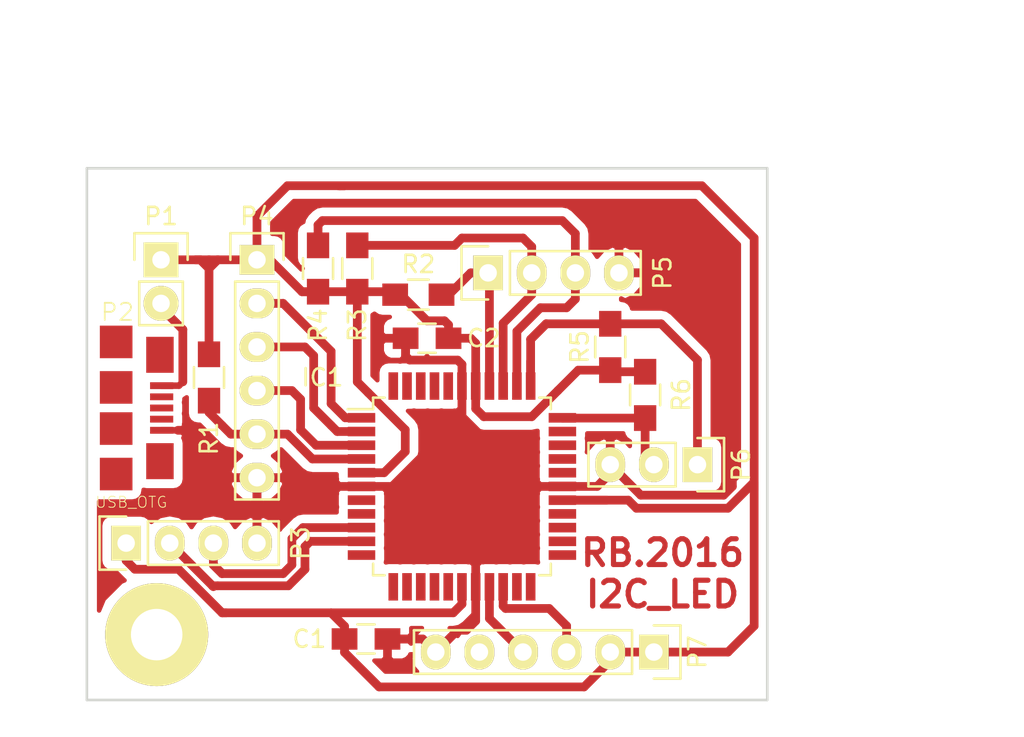
<source format=kicad_pcb>
(kicad_pcb (version 4) (host pcbnew 4.0.2-stable)

  (general
    (links 47)
    (no_connects 0)
    (area 125.245 63.444 189.102 106.300333)
    (thickness 1.6)
    (drawings 7)
    (tracks 198)
    (zones 0)
    (modules 17)
    (nets 44)
  )

  (page A4)
  (layers
    (0 F.Cu signal)
    (31 B.Cu signal)
    (32 B.Adhes user)
    (33 F.Adhes user)
    (34 B.Paste user)
    (35 F.Paste user)
    (36 B.SilkS user)
    (37 F.SilkS user)
    (38 B.Mask user)
    (39 F.Mask user)
    (40 Dwgs.User user)
    (41 Cmts.User user)
    (42 Eco1.User user)
    (43 Eco2.User user)
    (44 Edge.Cuts user)
    (45 Margin user)
    (46 B.CrtYd user)
    (47 F.CrtYd user)
    (48 B.Fab user)
    (49 F.Fab user)
  )

  (setup
    (last_trace_width 0.254)
    (user_trace_width 0.381)
    (user_trace_width 0.5)
    (user_trace_width 0.508)
    (trace_clearance 0.2032)
    (zone_clearance 0.508)
    (zone_45_only no)
    (trace_min 0.2)
    (segment_width 0.2)
    (edge_width 0.15)
    (via_size 0.6)
    (via_drill 0.4)
    (via_min_size 0.4)
    (via_min_drill 0.3)
    (uvia_size 0.3)
    (uvia_drill 0.1)
    (uvias_allowed no)
    (uvia_min_size 0.2)
    (uvia_min_drill 0.1)
    (pcb_text_width 0.3)
    (pcb_text_size 1.5 1.5)
    (mod_edge_width 0.15)
    (mod_text_size 1 1)
    (mod_text_width 0.15)
    (pad_size 1.524 1.524)
    (pad_drill 0.762)
    (pad_to_mask_clearance 0.2)
    (aux_axis_origin 130.556 103.886)
    (grid_origin 130.556 103.886)
    (visible_elements 7FFFFFFF)
    (pcbplotparams
      (layerselection 0x010e0_80000001)
      (usegerberextensions false)
      (excludeedgelayer true)
      (linewidth 0.100000)
      (plotframeref false)
      (viasonmask false)
      (mode 1)
      (useauxorigin false)
      (hpglpennumber 1)
      (hpglpenspeed 20)
      (hpglpendiameter 15)
      (hpglpenoverlay 2)
      (psnegative false)
      (psa4output false)
      (plotreference true)
      (plotvalue true)
      (plotinvisibletext false)
      (padsonsilk false)
      (subtractmaskfromsilk false)
      (outputformat 1)
      (mirror false)
      (drillshape 0)
      (scaleselection 1)
      (outputdirectory out))
  )

  (net 0 "")
  (net 1 VCC)
  (net 2 GND)
  (net 3 "Net-(IC1-Pad1)")
  (net 4 "Net-(IC1-Pad2)")
  (net 5 "Net-(IC1-Pad3)")
  (net 6 "Net-(IC1-Pad4)")
  (net 7 "Net-(IC1-Pad7)")
  (net 8 "Net-(IC1-Pad8)")
  (net 9 "Net-(IC1-Pad9)")
  (net 10 "Net-(IC1-Pad10)")
  (net 11 "Net-(IC1-Pad11)")
  (net 12 "Net-(IC1-Pad12)")
  (net 13 "Net-(IC1-Pad13)")
  (net 14 "Net-(IC1-Pad14)")
  (net 15 "Net-(IC1-Pad15)")
  (net 16 "Net-(IC1-Pad16)")
  (net 17 "Net-(IC1-Pad19)")
  (net 18 "Net-(IC1-Pad20)")
  (net 19 "Net-(IC1-Pad21)")
  (net 20 "Net-(IC1-Pad22)")
  (net 21 "Net-(IC1-Pad23)")
  (net 22 "Net-(IC1-Pad24)")
  (net 23 "Net-(IC1-Pad25)")
  (net 24 "Net-(IC1-Pad26)")
  (net 25 "Net-(IC1-Pad29)")
  (net 26 "Net-(IC1-Pad30)")
  (net 27 "Net-(IC1-Pad31)")
  (net 28 "Net-(IC1-Pad32)")
  (net 29 "Net-(IC1-Pad33)")
  (net 30 "Net-(IC1-Pad34)")
  (net 31 "Net-(IC1-Pad35)")
  (net 32 "Net-(IC1-Pad36)")
  (net 33 "Net-(IC1-Pad37)")
  (net 34 "Net-(IC1-Pad40)")
  (net 35 "Net-(IC1-Pad41)")
  (net 36 "Net-(IC1-Pad42)")
  (net 37 "Net-(IC1-Pad43)")
  (net 38 "Net-(IC1-Pad44)")
  (net 39 "Net-(P1-Pad2)")
  (net 40 "Net-(P2-Pad2)")
  (net 41 "Net-(P2-Pad3)")
  (net 42 "Net-(P2-Pad4)")
  (net 43 "Net-(P7-Pad5)")

  (net_class Default "To jest domyślna klasa połączeń."
    (clearance 0.2032)
    (trace_width 0.254)
    (via_dia 0.6)
    (via_drill 0.4)
    (uvia_dia 0.3)
    (uvia_drill 0.1)
    (add_net GND)
    (add_net "Net-(IC1-Pad1)")
    (add_net "Net-(IC1-Pad10)")
    (add_net "Net-(IC1-Pad11)")
    (add_net "Net-(IC1-Pad12)")
    (add_net "Net-(IC1-Pad13)")
    (add_net "Net-(IC1-Pad14)")
    (add_net "Net-(IC1-Pad15)")
    (add_net "Net-(IC1-Pad16)")
    (add_net "Net-(IC1-Pad19)")
    (add_net "Net-(IC1-Pad2)")
    (add_net "Net-(IC1-Pad20)")
    (add_net "Net-(IC1-Pad21)")
    (add_net "Net-(IC1-Pad22)")
    (add_net "Net-(IC1-Pad23)")
    (add_net "Net-(IC1-Pad24)")
    (add_net "Net-(IC1-Pad25)")
    (add_net "Net-(IC1-Pad26)")
    (add_net "Net-(IC1-Pad29)")
    (add_net "Net-(IC1-Pad3)")
    (add_net "Net-(IC1-Pad30)")
    (add_net "Net-(IC1-Pad31)")
    (add_net "Net-(IC1-Pad32)")
    (add_net "Net-(IC1-Pad33)")
    (add_net "Net-(IC1-Pad34)")
    (add_net "Net-(IC1-Pad35)")
    (add_net "Net-(IC1-Pad36)")
    (add_net "Net-(IC1-Pad37)")
    (add_net "Net-(IC1-Pad4)")
    (add_net "Net-(IC1-Pad40)")
    (add_net "Net-(IC1-Pad41)")
    (add_net "Net-(IC1-Pad42)")
    (add_net "Net-(IC1-Pad43)")
    (add_net "Net-(IC1-Pad44)")
    (add_net "Net-(IC1-Pad7)")
    (add_net "Net-(IC1-Pad8)")
    (add_net "Net-(IC1-Pad9)")
    (add_net "Net-(P1-Pad2)")
    (add_net "Net-(P2-Pad2)")
    (add_net "Net-(P2-Pad3)")
    (add_net "Net-(P2-Pad4)")
    (add_net "Net-(P7-Pad5)")
    (add_net VCC)
  )

  (net_class szersze ""
    (clearance 0.3)
    (trace_width 0.5)
    (via_dia 0.6)
    (via_drill 0.4)
    (uvia_dia 0.3)
    (uvia_drill 0.1)
  )

  (module Mounting_Holes:MountingHole_3mm_Pad (layer F.Cu) (tedit 5735F54A) (tstamp 5735ED2D)
    (at 134.62 100.076)
    (descr "Mounting Hole 3mm")
    (tags "mounting hole 3mm")
    (fp_text reference "" (at 4.318 -2.794) (layer F.SilkS) hide
      (effects (font (size 1 1) (thickness 0.15)))
    )
    (fp_text value MountingHole_3mm_Pad (at 0 4) (layer F.Fab)
      (effects (font (size 1 1) (thickness 0.15)))
    )
    (fp_circle (center 0 0) (end 3 0) (layer Cmts.User) (width 0.15))
    (fp_circle (center 0 0) (end 3.25 0) (layer F.CrtYd) (width 0.05))
    (pad 1 thru_hole circle (at 0 0) (size 6 6) (drill 3) (layers *.Cu *.Mask F.SilkS))
  )

  (module Capacitors_SMD:C_0805_HandSoldering (layer F.Cu) (tedit 5735F511) (tstamp 572511D9)
    (at 146.812 100.33)
    (descr "Capacitor SMD 0805, hand soldering")
    (tags "capacitor 0805")
    (path /5724EF1F)
    (attr smd)
    (fp_text reference C1 (at -3.302 0) (layer F.SilkS)
      (effects (font (size 1 1) (thickness 0.15)))
    )
    (fp_text value 10uF (at 0 2.1) (layer F.Fab)
      (effects (font (size 1 1) (thickness 0.15)))
    )
    (fp_line (start -2.3 -1) (end 2.3 -1) (layer F.CrtYd) (width 0.05))
    (fp_line (start -2.3 1) (end 2.3 1) (layer F.CrtYd) (width 0.05))
    (fp_line (start -2.3 -1) (end -2.3 1) (layer F.CrtYd) (width 0.05))
    (fp_line (start 2.3 -1) (end 2.3 1) (layer F.CrtYd) (width 0.05))
    (fp_line (start 0.5 -0.85) (end -0.5 -0.85) (layer F.SilkS) (width 0.15))
    (fp_line (start -0.5 0.85) (end 0.5 0.85) (layer F.SilkS) (width 0.15))
    (pad 1 smd rect (at -1.25 0) (size 1.5 1.25) (layers F.Cu F.Paste F.Mask)
      (net 1 VCC))
    (pad 2 smd rect (at 1.25 0) (size 1.5 1.25) (layers F.Cu F.Paste F.Mask)
      (net 2 GND))
    (model Capacitors_SMD.3dshapes/C_0805_HandSoldering.wrl
      (at (xyz 0 0 0))
      (scale (xyz 1 1 1))
      (rotate (xyz 0 0 0))
    )
  )

  (module Capacitors_SMD:C_0805_HandSoldering (layer F.Cu) (tedit 5735F4EB) (tstamp 572511DF)
    (at 150.368 82.804 180)
    (descr "Capacitor SMD 0805, hand soldering")
    (tags "capacitor 0805")
    (path /5724FEFE)
    (attr smd)
    (fp_text reference C2 (at -3.302 0 180) (layer F.SilkS)
      (effects (font (size 1 1) (thickness 0.15)))
    )
    (fp_text value 220nf (at 0 2.1 180) (layer F.Fab)
      (effects (font (size 1 1) (thickness 0.15)))
    )
    (fp_line (start -2.3 -1) (end 2.3 -1) (layer F.CrtYd) (width 0.05))
    (fp_line (start -2.3 1) (end 2.3 1) (layer F.CrtYd) (width 0.05))
    (fp_line (start -2.3 -1) (end -2.3 1) (layer F.CrtYd) (width 0.05))
    (fp_line (start 2.3 -1) (end 2.3 1) (layer F.CrtYd) (width 0.05))
    (fp_line (start 0.5 -0.85) (end -0.5 -0.85) (layer F.SilkS) (width 0.15))
    (fp_line (start -0.5 0.85) (end 0.5 0.85) (layer F.SilkS) (width 0.15))
    (pad 1 smd rect (at -1.25 0 180) (size 1.5 1.25) (layers F.Cu F.Paste F.Mask)
      (net 1 VCC))
    (pad 2 smd rect (at 1.25 0 180) (size 1.5 1.25) (layers F.Cu F.Paste F.Mask)
      (net 2 GND))
    (model Capacitors_SMD.3dshapes/C_0805_HandSoldering.wrl
      (at (xyz 0 0 0))
      (scale (xyz 1 1 1))
      (rotate (xyz 0 0 0))
    )
  )

  (module Housings_QFP:LQFP-44_10x10mm_Pitch0.8mm (layer F.Cu) (tedit 5735F4F0) (tstamp 5725120F)
    (at 152.4 91.44)
    (descr "LQFP44 (see Appnote_PCB_Guidelines_TRINAMIC_packages.pdf)")
    (tags "QFP 0.8")
    (path /5724DBB6)
    (attr smd)
    (fp_text reference IC1 (at -8.128 -6.35) (layer F.SilkS)
      (effects (font (size 1 1) (thickness 0.15)))
    )
    (fp_text value ATMEGA16-A (at 0 7.65) (layer F.Fab)
      (effects (font (size 1 1) (thickness 0.15)))
    )
    (fp_line (start -6.9 -6.9) (end -6.9 6.9) (layer F.CrtYd) (width 0.05))
    (fp_line (start 6.9 -6.9) (end 6.9 6.9) (layer F.CrtYd) (width 0.05))
    (fp_line (start -6.9 -6.9) (end 6.9 -6.9) (layer F.CrtYd) (width 0.05))
    (fp_line (start -6.9 6.9) (end 6.9 6.9) (layer F.CrtYd) (width 0.05))
    (fp_line (start -5.175 -5.175) (end -5.175 -4.505) (layer F.SilkS) (width 0.15))
    (fp_line (start 5.175 -5.175) (end 5.175 -4.505) (layer F.SilkS) (width 0.15))
    (fp_line (start 5.175 5.175) (end 5.175 4.505) (layer F.SilkS) (width 0.15))
    (fp_line (start -5.175 5.175) (end -5.175 4.505) (layer F.SilkS) (width 0.15))
    (fp_line (start -5.175 -5.175) (end -4.505 -5.175) (layer F.SilkS) (width 0.15))
    (fp_line (start -5.175 5.175) (end -4.505 5.175) (layer F.SilkS) (width 0.15))
    (fp_line (start 5.175 5.175) (end 4.505 5.175) (layer F.SilkS) (width 0.15))
    (fp_line (start 5.175 -5.175) (end 4.505 -5.175) (layer F.SilkS) (width 0.15))
    (fp_line (start -5.175 -4.505) (end -6.65 -4.505) (layer F.SilkS) (width 0.15))
    (pad 1 smd rect (at -5.85 -4) (size 1.6 0.56) (layers F.Cu F.Paste F.Mask)
      (net 3 "Net-(IC1-Pad1)"))
    (pad 2 smd rect (at -5.85 -3.2) (size 1.6 0.56) (layers F.Cu F.Paste F.Mask)
      (net 4 "Net-(IC1-Pad2)"))
    (pad 3 smd rect (at -5.85 -2.4) (size 1.6 0.56) (layers F.Cu F.Paste F.Mask)
      (net 5 "Net-(IC1-Pad3)"))
    (pad 4 smd rect (at -5.85 -1.6) (size 1.6 0.56) (layers F.Cu F.Paste F.Mask)
      (net 6 "Net-(IC1-Pad4)"))
    (pad 5 smd rect (at -5.85 -0.8) (size 1.6 0.56) (layers F.Cu F.Paste F.Mask)
      (net 1 VCC))
    (pad 6 smd rect (at -5.85 0) (size 1.6 0.56) (layers F.Cu F.Paste F.Mask)
      (net 2 GND))
    (pad 7 smd rect (at -5.85 0.8) (size 1.6 0.56) (layers F.Cu F.Paste F.Mask)
      (net 7 "Net-(IC1-Pad7)"))
    (pad 8 smd rect (at -5.85 1.6) (size 1.6 0.56) (layers F.Cu F.Paste F.Mask)
      (net 8 "Net-(IC1-Pad8)"))
    (pad 9 smd rect (at -5.85 2.4) (size 1.6 0.56) (layers F.Cu F.Paste F.Mask)
      (net 9 "Net-(IC1-Pad9)"))
    (pad 10 smd rect (at -5.85 3.2) (size 1.6 0.56) (layers F.Cu F.Paste F.Mask)
      (net 10 "Net-(IC1-Pad10)"))
    (pad 11 smd rect (at -5.85 4) (size 1.6 0.56) (layers F.Cu F.Paste F.Mask)
      (net 11 "Net-(IC1-Pad11)"))
    (pad 12 smd rect (at -4 5.85 90) (size 1.6 0.56) (layers F.Cu F.Paste F.Mask)
      (net 12 "Net-(IC1-Pad12)"))
    (pad 13 smd rect (at -3.2 5.85 90) (size 1.6 0.56) (layers F.Cu F.Paste F.Mask)
      (net 13 "Net-(IC1-Pad13)"))
    (pad 14 smd rect (at -2.4 5.85 90) (size 1.6 0.56) (layers F.Cu F.Paste F.Mask)
      (net 14 "Net-(IC1-Pad14)"))
    (pad 15 smd rect (at -1.6 5.85 90) (size 1.6 0.56) (layers F.Cu F.Paste F.Mask)
      (net 15 "Net-(IC1-Pad15)"))
    (pad 16 smd rect (at -0.8 5.85 90) (size 1.6 0.56) (layers F.Cu F.Paste F.Mask)
      (net 16 "Net-(IC1-Pad16)"))
    (pad 17 smd rect (at 0 5.85 90) (size 1.6 0.56) (layers F.Cu F.Paste F.Mask)
      (net 1 VCC))
    (pad 18 smd rect (at 0.8 5.85 90) (size 1.6 0.56) (layers F.Cu F.Paste F.Mask)
      (net 2 GND))
    (pad 19 smd rect (at 1.6 5.85 90) (size 1.6 0.56) (layers F.Cu F.Paste F.Mask)
      (net 17 "Net-(IC1-Pad19)"))
    (pad 20 smd rect (at 2.4 5.85 90) (size 1.6 0.56) (layers F.Cu F.Paste F.Mask)
      (net 18 "Net-(IC1-Pad20)"))
    (pad 21 smd rect (at 3.2 5.85 90) (size 1.6 0.56) (layers F.Cu F.Paste F.Mask)
      (net 19 "Net-(IC1-Pad21)"))
    (pad 22 smd rect (at 4 5.85 90) (size 1.6 0.56) (layers F.Cu F.Paste F.Mask)
      (net 20 "Net-(IC1-Pad22)"))
    (pad 23 smd rect (at 5.85 4) (size 1.6 0.56) (layers F.Cu F.Paste F.Mask)
      (net 21 "Net-(IC1-Pad23)"))
    (pad 24 smd rect (at 5.85 3.2) (size 1.6 0.56) (layers F.Cu F.Paste F.Mask)
      (net 22 "Net-(IC1-Pad24)"))
    (pad 25 smd rect (at 5.85 2.4) (size 1.6 0.56) (layers F.Cu F.Paste F.Mask)
      (net 23 "Net-(IC1-Pad25)"))
    (pad 26 smd rect (at 5.85 1.6) (size 1.6 0.56) (layers F.Cu F.Paste F.Mask)
      (net 24 "Net-(IC1-Pad26)"))
    (pad 27 smd rect (at 5.85 0.8) (size 1.6 0.56) (layers F.Cu F.Paste F.Mask)
      (net 1 VCC))
    (pad 28 smd rect (at 5.85 0) (size 1.6 0.56) (layers F.Cu F.Paste F.Mask)
      (net 2 GND))
    (pad 29 smd rect (at 5.85 -0.8) (size 1.6 0.56) (layers F.Cu F.Paste F.Mask)
      (net 25 "Net-(IC1-Pad29)"))
    (pad 30 smd rect (at 5.85 -1.6) (size 1.6 0.56) (layers F.Cu F.Paste F.Mask)
      (net 26 "Net-(IC1-Pad30)"))
    (pad 31 smd rect (at 5.85 -2.4) (size 1.6 0.56) (layers F.Cu F.Paste F.Mask)
      (net 27 "Net-(IC1-Pad31)"))
    (pad 32 smd rect (at 5.85 -3.2) (size 1.6 0.56) (layers F.Cu F.Paste F.Mask)
      (net 28 "Net-(IC1-Pad32)"))
    (pad 33 smd rect (at 5.85 -4) (size 1.6 0.56) (layers F.Cu F.Paste F.Mask)
      (net 29 "Net-(IC1-Pad33)"))
    (pad 34 smd rect (at 4 -5.85 90) (size 1.6 0.56) (layers F.Cu F.Paste F.Mask)
      (net 30 "Net-(IC1-Pad34)"))
    (pad 35 smd rect (at 3.2 -5.85 90) (size 1.6 0.56) (layers F.Cu F.Paste F.Mask)
      (net 31 "Net-(IC1-Pad35)"))
    (pad 36 smd rect (at 2.4 -5.85 90) (size 1.6 0.56) (layers F.Cu F.Paste F.Mask)
      (net 32 "Net-(IC1-Pad36)"))
    (pad 37 smd rect (at 1.6 -5.85 90) (size 1.6 0.56) (layers F.Cu F.Paste F.Mask)
      (net 33 "Net-(IC1-Pad37)"))
    (pad 38 smd rect (at 0.8 -5.85 90) (size 1.6 0.56) (layers F.Cu F.Paste F.Mask)
      (net 1 VCC))
    (pad 39 smd rect (at 0 -5.85 90) (size 1.6 0.56) (layers F.Cu F.Paste F.Mask)
      (net 2 GND))
    (pad 40 smd rect (at -0.8 -5.85 90) (size 1.6 0.56) (layers F.Cu F.Paste F.Mask)
      (net 34 "Net-(IC1-Pad40)"))
    (pad 41 smd rect (at -1.6 -5.85 90) (size 1.6 0.56) (layers F.Cu F.Paste F.Mask)
      (net 35 "Net-(IC1-Pad41)"))
    (pad 42 smd rect (at -2.4 -5.85 90) (size 1.6 0.56) (layers F.Cu F.Paste F.Mask)
      (net 36 "Net-(IC1-Pad42)"))
    (pad 43 smd rect (at -3.2 -5.85 90) (size 1.6 0.56) (layers F.Cu F.Paste F.Mask)
      (net 37 "Net-(IC1-Pad43)"))
    (pad 44 smd rect (at -4 -5.85 90) (size 1.6 0.56) (layers F.Cu F.Paste F.Mask)
      (net 38 "Net-(IC1-Pad44)"))
    (model Housings_QFP.3dshapes/LQFP-44_10x10mm_Pitch0.8mm.wrl
      (at (xyz 0 0 0))
      (scale (xyz 1 1 1))
      (rotate (xyz 0 0 0))
    )
  )

  (module Pin_Headers:Pin_Header_Straight_1x02 (layer F.Cu) (tedit 5735F4BE) (tstamp 57251215)
    (at 134.874 78.232)
    (descr "Through hole pin header")
    (tags "pin header")
    (path /57259F23)
    (fp_text reference P1 (at 0 -2.54) (layer F.SilkS)
      (effects (font (size 1 1) (thickness 0.15)))
    )
    (fp_text value CONN_01X02 (at 0 -3.1) (layer F.Fab)
      (effects (font (size 1 1) (thickness 0.15)))
    )
    (fp_line (start 1.27 1.27) (end 1.27 3.81) (layer F.SilkS) (width 0.15))
    (fp_line (start 1.55 -1.55) (end 1.55 0) (layer F.SilkS) (width 0.15))
    (fp_line (start -1.75 -1.75) (end -1.75 4.3) (layer F.CrtYd) (width 0.05))
    (fp_line (start 1.75 -1.75) (end 1.75 4.3) (layer F.CrtYd) (width 0.05))
    (fp_line (start -1.75 -1.75) (end 1.75 -1.75) (layer F.CrtYd) (width 0.05))
    (fp_line (start -1.75 4.3) (end 1.75 4.3) (layer F.CrtYd) (width 0.05))
    (fp_line (start 1.27 1.27) (end -1.27 1.27) (layer F.SilkS) (width 0.15))
    (fp_line (start -1.55 0) (end -1.55 -1.55) (layer F.SilkS) (width 0.15))
    (fp_line (start -1.55 -1.55) (end 1.55 -1.55) (layer F.SilkS) (width 0.15))
    (fp_line (start -1.27 1.27) (end -1.27 3.81) (layer F.SilkS) (width 0.15))
    (fp_line (start -1.27 3.81) (end 1.27 3.81) (layer F.SilkS) (width 0.15))
    (pad 1 thru_hole rect (at 0 0) (size 2.032 2.032) (drill 1.016) (layers *.Cu *.Mask F.SilkS)
      (net 1 VCC))
    (pad 2 thru_hole oval (at 0 2.54) (size 2.032 2.032) (drill 1.016) (layers *.Cu *.Mask F.SilkS)
      (net 39 "Net-(P1-Pad2)"))
    (model Pin_Headers.3dshapes/Pin_Header_Straight_1x02.wrl
      (at (xyz 0 -0.05 0))
      (scale (xyz 1 1 1))
      (rotate (xyz 0 0 90))
    )
  )

  (module microusb:10118192-0001LF placed (layer F.Cu) (tedit 5735F576) (tstamp 57251224)
    (at 130.81 86.868 270)
    (descr "USB MICRO B<p>FCI")
    (path /56D7310A)
    (solder_mask_margin 0.1)
    (attr smd)
    (fp_text reference P2 (at -5.588 -1.524 360) (layer F.SilkS)
      (effects (font (size 1 1) (thickness 0.1)))
    )
    (fp_text value USB_OTG (at 5.4936 -2.332 360) (layer F.SilkS)
      (effects (font (size 0.64 0.64) (thickness 0.05)))
    )
    (fp_line (start -3.9 -4.3) (end 3.9 -4.3) (layer Dwgs.User) (width 0.0508))
    (fp_line (start 3.9 -4.3) (end 3.9 0.7) (layer Dwgs.User) (width 0.0508))
    (fp_line (start 3.9 0.7) (end 3.1 0.7) (layer Dwgs.User) (width 0.0508))
    (fp_line (start 3.1 0.7) (end 3.1 1.1) (layer Dwgs.User) (width 0.0508))
    (fp_arc (start 2.9 1.1) (end 2.9 1.3) (angle -90) (layer Dwgs.User) (width 0.0508))
    (fp_line (start 2.9 1.3) (end -2.9 1.3) (layer Dwgs.User) (width 0.0508))
    (fp_arc (start -2.9 1.1) (end -3.1 1.1) (angle -90) (layer Dwgs.User) (width 0.0508))
    (fp_line (start -3.1 1.1) (end -3.1 0.7) (layer Dwgs.User) (width 0.0508))
    (fp_line (start -3.1 0.7) (end -3.6 0.7) (layer Dwgs.User) (width 0.0508))
    (fp_line (start -3.6 0.7) (end -3.9 0.7) (layer Dwgs.User) (width 0.0508))
    (fp_line (start -3.9 0.7) (end -3.9 -4.3) (layer Dwgs.User) (width 0.0508))
    (fp_line (start 2.9 1.2) (end -2.9 1.2) (layer Dwgs.User) (width 0.0508))
    (fp_arc (start -2.925 1) (end -3.1 1.1) (angle -67.3) (layer Dwgs.User) (width 0.0508))
    (fp_arc (start 2.9 0.95) (end 2.9 1.2) (angle -53.1) (layer Dwgs.User) (width 0.0508))
    (fp_line (start 3.85 0) (end -3.85 0) (layer Dwgs.User) (width 0))
    (fp_line (start -4.25 1.2) (end -4.05 1.35) (layer Dwgs.User) (width 0.0508))
    (fp_line (start -4.05 1.35) (end -3.6574 0.8702) (layer Dwgs.User) (width 0.0508))
    (fp_arc (start -3.854 0.709376) (end -3.6 0.7093) (angle 39.3) (layer Dwgs.User) (width 0.0508))
    (fp_line (start -3.6 0.7093) (end -3.6 0.7) (layer Dwgs.User) (width 0.0508))
    (fp_line (start -4.25 1.2) (end -3.9307 0.7895) (layer Dwgs.User) (width 0.0508))
    (fp_arc (start -4.0457 0.700038) (end -3.9 0.7) (angle 37.8) (layer Dwgs.User) (width 0.0508))
    (fp_line (start 4.25 1.2) (end 4.05 1.35) (layer Dwgs.User) (width 0.0508))
    (fp_line (start 4.05 1.35) (end 3.6574 0.8702) (layer Dwgs.User) (width 0.0508))
    (fp_arc (start 3.854 0.709376) (end 3.6 0.7093) (angle -39.3) (layer Dwgs.User) (width 0.0508))
    (fp_line (start 3.6 0.7093) (end 3.6 0.7) (layer Dwgs.User) (width 0.0508))
    (fp_line (start 4.25 1.2) (end 3.9307 0.7895) (layer Dwgs.User) (width 0.0508))
    (fp_arc (start 4.0456 0.700072) (end 3.9 0.7) (angle -37.9) (layer Dwgs.User) (width 0.0508))
    (pad 1 smd rect (at -1.3 -4.1) (size 1.35 0.4) (layers F.Cu F.Paste F.Mask)
      (net 39 "Net-(P1-Pad2)") (solder_mask_margin 0.2))
    (pad 2 smd rect (at -0.65 -4.1) (size 1.35 0.4) (layers F.Cu F.Paste F.Mask)
      (net 40 "Net-(P2-Pad2)") (solder_mask_margin 0.2))
    (pad 3 smd rect (at 0 -4.1) (size 1.35 0.4) (layers F.Cu F.Paste F.Mask)
      (net 41 "Net-(P2-Pad3)") (solder_mask_margin 0.2))
    (pad 4 smd rect (at 0.65 -4.1) (size 1.35 0.4) (layers F.Cu F.Paste F.Mask)
      (net 42 "Net-(P2-Pad4)") (solder_mask_margin 0.2))
    (pad 5 smd rect (at 1.3 -4.1) (size 1.35 0.4) (layers F.Cu F.Paste F.Mask)
      (net 2 GND) (solder_mask_margin 0.2))
    (pad M1 smd rect (at -1.2 -1.45 270) (size 1.9 1.9) (layers F.Cu F.Paste F.Mask)
      (solder_mask_margin 0.2))
    (pad M2 smd rect (at 1.2 -1.45 270) (size 1.9 1.9) (layers F.Cu F.Paste F.Mask)
      (solder_mask_margin 0.2))
    (pad S1 smd rect (at -3.85 -1.45 270) (size 1.9 1.9) (layers F.Cu F.Paste F.Mask)
      (solder_mask_margin 0.2))
    (pad S3 smd rect (at -3.1 -4 270) (size 2.1 1.6) (layers F.Cu F.Paste F.Mask)
      (solder_mask_margin 0.2))
    (pad S4 smd rect (at 3.1 -4 270) (size 2.1 1.6) (layers F.Cu F.Paste F.Mask)
      (solder_mask_margin 0.2))
    (pad S2 smd rect (at 3.85 -1.45 270) (size 1.9 1.9) (layers F.Cu F.Paste F.Mask)
      (solder_mask_margin 0.2))
  )

  (module Pin_Headers:Pin_Header_Straight_1x04 placed (layer F.Cu) (tedit 5735F55B) (tstamp 5725122C)
    (at 132.842 94.742 90)
    (descr "Through hole pin header")
    (tags "pin header")
    (path /572506A9)
    (fp_text reference P3 (at 0 10.16 90) (layer F.SilkS)
      (effects (font (size 1 1) (thickness 0.15)))
    )
    (fp_text value CONN_01X04 (at 0 -3.1 90) (layer F.Fab)
      (effects (font (size 1 1) (thickness 0.15)))
    )
    (fp_line (start -1.75 -1.75) (end -1.75 9.4) (layer F.CrtYd) (width 0.05))
    (fp_line (start 1.75 -1.75) (end 1.75 9.4) (layer F.CrtYd) (width 0.05))
    (fp_line (start -1.75 -1.75) (end 1.75 -1.75) (layer F.CrtYd) (width 0.05))
    (fp_line (start -1.75 9.4) (end 1.75 9.4) (layer F.CrtYd) (width 0.05))
    (fp_line (start -1.27 1.27) (end -1.27 8.89) (layer F.SilkS) (width 0.15))
    (fp_line (start 1.27 1.27) (end 1.27 8.89) (layer F.SilkS) (width 0.15))
    (fp_line (start 1.55 -1.55) (end 1.55 0) (layer F.SilkS) (width 0.15))
    (fp_line (start -1.27 8.89) (end 1.27 8.89) (layer F.SilkS) (width 0.15))
    (fp_line (start 1.27 1.27) (end -1.27 1.27) (layer F.SilkS) (width 0.15))
    (fp_line (start -1.55 0) (end -1.55 -1.55) (layer F.SilkS) (width 0.15))
    (fp_line (start -1.55 -1.55) (end 1.55 -1.55) (layer F.SilkS) (width 0.15))
    (pad 1 thru_hole rect (at 0 0 90) (size 2.032 1.7272) (drill 1.016) (layers *.Cu *.Mask F.SilkS)
      (net 1 VCC))
    (pad 2 thru_hole oval (at 0 2.54 90) (size 2.032 1.7272) (drill 1.016) (layers *.Cu *.Mask F.SilkS)
      (net 10 "Net-(IC1-Pad10)"))
    (pad 3 thru_hole oval (at 0 5.08 90) (size 2.032 1.7272) (drill 1.016) (layers *.Cu *.Mask F.SilkS)
      (net 9 "Net-(IC1-Pad9)"))
    (pad 4 thru_hole oval (at 0 7.62 90) (size 2.032 1.7272) (drill 1.016) (layers *.Cu *.Mask F.SilkS)
      (net 2 GND))
    (model Pin_Headers.3dshapes/Pin_Header_Straight_1x04.wrl
      (at (xyz 0 -0.15 0))
      (scale (xyz 1 1 1))
      (rotate (xyz 0 0 90))
    )
  )

  (module Pin_Headers:Pin_Header_Straight_1x06 placed (layer F.Cu) (tedit 5735F4C4) (tstamp 57251236)
    (at 140.462 78.232)
    (descr "Through hole pin header")
    (tags "pin header")
    (path /5724E180)
    (fp_text reference P4 (at 0 -2.54) (layer F.SilkS)
      (effects (font (size 1 1) (thickness 0.15)))
    )
    (fp_text value CONN_01X06 (at 0 -3.1) (layer F.Fab)
      (effects (font (size 1 1) (thickness 0.15)))
    )
    (fp_line (start -1.75 -1.75) (end -1.75 14.45) (layer F.CrtYd) (width 0.05))
    (fp_line (start 1.75 -1.75) (end 1.75 14.45) (layer F.CrtYd) (width 0.05))
    (fp_line (start -1.75 -1.75) (end 1.75 -1.75) (layer F.CrtYd) (width 0.05))
    (fp_line (start -1.75 14.45) (end 1.75 14.45) (layer F.CrtYd) (width 0.05))
    (fp_line (start 1.27 1.27) (end 1.27 13.97) (layer F.SilkS) (width 0.15))
    (fp_line (start 1.27 13.97) (end -1.27 13.97) (layer F.SilkS) (width 0.15))
    (fp_line (start -1.27 13.97) (end -1.27 1.27) (layer F.SilkS) (width 0.15))
    (fp_line (start 1.55 -1.55) (end 1.55 0) (layer F.SilkS) (width 0.15))
    (fp_line (start 1.27 1.27) (end -1.27 1.27) (layer F.SilkS) (width 0.15))
    (fp_line (start -1.55 0) (end -1.55 -1.55) (layer F.SilkS) (width 0.15))
    (fp_line (start -1.55 -1.55) (end 1.55 -1.55) (layer F.SilkS) (width 0.15))
    (pad 1 thru_hole rect (at 0 0) (size 2.032 1.7272) (drill 1.016) (layers *.Cu *.Mask F.SilkS)
      (net 1 VCC))
    (pad 2 thru_hole oval (at 0 2.54) (size 2.032 1.7272) (drill 1.016) (layers *.Cu *.Mask F.SilkS)
      (net 3 "Net-(IC1-Pad1)"))
    (pad 3 thru_hole oval (at 0 5.08) (size 2.032 1.7272) (drill 1.016) (layers *.Cu *.Mask F.SilkS)
      (net 4 "Net-(IC1-Pad2)"))
    (pad 4 thru_hole oval (at 0 7.62) (size 2.032 1.7272) (drill 1.016) (layers *.Cu *.Mask F.SilkS)
      (net 5 "Net-(IC1-Pad3)"))
    (pad 5 thru_hole oval (at 0 10.16) (size 2.032 1.7272) (drill 1.016) (layers *.Cu *.Mask F.SilkS)
      (net 6 "Net-(IC1-Pad4)"))
    (pad 6 thru_hole oval (at 0 12.7) (size 2.032 1.7272) (drill 1.016) (layers *.Cu *.Mask F.SilkS)
      (net 2 GND))
    (model Pin_Headers.3dshapes/Pin_Header_Straight_1x06.wrl
      (at (xyz 0 -0.25 0))
      (scale (xyz 1 1 1))
      (rotate (xyz 0 0 90))
    )
  )

  (module Pin_Headers:Pin_Header_Straight_1x06 (layer F.Cu) (tedit 5735F50A) (tstamp 57251251)
    (at 163.576 101.092 270)
    (descr "Through hole pin header")
    (tags "pin header")
    (path /5724E119)
    (fp_text reference P7 (at 0 -2.54 270) (layer F.SilkS)
      (effects (font (size 1 1) (thickness 0.15)))
    )
    (fp_text value CONN_01X06 (at 0 -3.1 270) (layer F.Fab)
      (effects (font (size 1 1) (thickness 0.15)))
    )
    (fp_line (start -1.75 -1.75) (end -1.75 14.45) (layer F.CrtYd) (width 0.05))
    (fp_line (start 1.75 -1.75) (end 1.75 14.45) (layer F.CrtYd) (width 0.05))
    (fp_line (start -1.75 -1.75) (end 1.75 -1.75) (layer F.CrtYd) (width 0.05))
    (fp_line (start -1.75 14.45) (end 1.75 14.45) (layer F.CrtYd) (width 0.05))
    (fp_line (start 1.27 1.27) (end 1.27 13.97) (layer F.SilkS) (width 0.15))
    (fp_line (start 1.27 13.97) (end -1.27 13.97) (layer F.SilkS) (width 0.15))
    (fp_line (start -1.27 13.97) (end -1.27 1.27) (layer F.SilkS) (width 0.15))
    (fp_line (start 1.55 -1.55) (end 1.55 0) (layer F.SilkS) (width 0.15))
    (fp_line (start 1.27 1.27) (end -1.27 1.27) (layer F.SilkS) (width 0.15))
    (fp_line (start -1.55 0) (end -1.55 -1.55) (layer F.SilkS) (width 0.15))
    (fp_line (start -1.55 -1.55) (end 1.55 -1.55) (layer F.SilkS) (width 0.15))
    (pad 1 thru_hole rect (at 0 0 270) (size 2.032 1.7272) (drill 1.016) (layers *.Cu *.Mask F.SilkS)
      (net 1 VCC))
    (pad 2 thru_hole oval (at 0 2.54 270) (size 2.032 1.7272) (drill 1.016) (layers *.Cu *.Mask F.SilkS)
      (net 1 VCC))
    (pad 3 thru_hole oval (at 0 5.08 270) (size 2.032 1.7272) (drill 1.016) (layers *.Cu *.Mask F.SilkS)
      (net 18 "Net-(IC1-Pad20)"))
    (pad 4 thru_hole oval (at 0 7.62 270) (size 2.032 1.7272) (drill 1.016) (layers *.Cu *.Mask F.SilkS)
      (net 17 "Net-(IC1-Pad19)"))
    (pad 5 thru_hole oval (at 0 10.16 270) (size 2.032 1.7272) (drill 1.016) (layers *.Cu *.Mask F.SilkS)
      (net 43 "Net-(P7-Pad5)"))
    (pad 6 thru_hole oval (at 0 12.7 270) (size 2.032 1.7272) (drill 1.016) (layers *.Cu *.Mask F.SilkS)
      (net 2 GND))
    (model Pin_Headers.3dshapes/Pin_Header_Straight_1x06.wrl
      (at (xyz 0 -0.25 0))
      (scale (xyz 1 1 1))
      (rotate (xyz 0 0 90))
    )
  )

  (module Resistors_SMD:R_0805_HandSoldering (layer F.Cu) (tedit 5735F562) (tstamp 57251257)
    (at 137.668 85.09 270)
    (descr "Resistor SMD 0805, hand soldering")
    (tags "resistor 0805")
    (path /5724EA96)
    (attr smd)
    (fp_text reference R1 (at 3.556 0 270) (layer F.SilkS)
      (effects (font (size 1 1) (thickness 0.15)))
    )
    (fp_text value 10k (at 0 2.1 270) (layer F.Fab)
      (effects (font (size 1 1) (thickness 0.15)))
    )
    (fp_line (start -2.4 -1) (end 2.4 -1) (layer F.CrtYd) (width 0.05))
    (fp_line (start -2.4 1) (end 2.4 1) (layer F.CrtYd) (width 0.05))
    (fp_line (start -2.4 -1) (end -2.4 1) (layer F.CrtYd) (width 0.05))
    (fp_line (start 2.4 -1) (end 2.4 1) (layer F.CrtYd) (width 0.05))
    (fp_line (start 0.6 0.875) (end -0.6 0.875) (layer F.SilkS) (width 0.15))
    (fp_line (start -0.6 -0.875) (end 0.6 -0.875) (layer F.SilkS) (width 0.15))
    (pad 1 smd rect (at -1.35 0 270) (size 1.5 1.3) (layers F.Cu F.Paste F.Mask)
      (net 1 VCC))
    (pad 2 smd rect (at 1.35 0 270) (size 1.5 1.3) (layers F.Cu F.Paste F.Mask)
      (net 6 "Net-(IC1-Pad4)"))
    (model Resistors_SMD.3dshapes/R_0805_HandSoldering.wrl
      (at (xyz 0 0 0))
      (scale (xyz 1 1 1))
      (rotate (xyz 0 0 0))
    )
  )

  (module Resistors_SMD:R_0805_HandSoldering (layer F.Cu) (tedit 5735F4DD) (tstamp 5725125D)
    (at 149.86 80.264)
    (descr "Resistor SMD 0805, hand soldering")
    (tags "resistor 0805")
    (path /572556F6)
    (attr smd)
    (fp_text reference R2 (at 0 -1.778) (layer F.SilkS)
      (effects (font (size 1 1) (thickness 0.15)))
    )
    (fp_text value 10k (at 0 2.1) (layer F.Fab)
      (effects (font (size 1 1) (thickness 0.15)))
    )
    (fp_line (start -2.4 -1) (end 2.4 -1) (layer F.CrtYd) (width 0.05))
    (fp_line (start -2.4 1) (end 2.4 1) (layer F.CrtYd) (width 0.05))
    (fp_line (start -2.4 -1) (end -2.4 1) (layer F.CrtYd) (width 0.05))
    (fp_line (start 2.4 -1) (end 2.4 1) (layer F.CrtYd) (width 0.05))
    (fp_line (start 0.6 0.875) (end -0.6 0.875) (layer F.SilkS) (width 0.15))
    (fp_line (start -0.6 -0.875) (end 0.6 -0.875) (layer F.SilkS) (width 0.15))
    (pad 1 smd rect (at -1.35 0) (size 1.5 1.3) (layers F.Cu F.Paste F.Mask)
      (net 1 VCC))
    (pad 2 smd rect (at 1.35 0) (size 1.5 1.3) (layers F.Cu F.Paste F.Mask)
      (net 33 "Net-(IC1-Pad37)"))
    (model Resistors_SMD.3dshapes/R_0805_HandSoldering.wrl
      (at (xyz 0 0 0))
      (scale (xyz 1 1 1))
      (rotate (xyz 0 0 0))
    )
  )

  (module Resistors_SMD:R_0805_HandSoldering (layer F.Cu) (tedit 5735F4D3) (tstamp 57251263)
    (at 146.304 78.74 90)
    (descr "Resistor SMD 0805, hand soldering")
    (tags "resistor 0805")
    (path /572557AB)
    (attr smd)
    (fp_text reference R3 (at -3.302 0 90) (layer F.SilkS)
      (effects (font (size 1 1) (thickness 0.15)))
    )
    (fp_text value 10k (at 0 2.1 90) (layer F.Fab)
      (effects (font (size 1 1) (thickness 0.15)))
    )
    (fp_line (start -2.4 -1) (end 2.4 -1) (layer F.CrtYd) (width 0.05))
    (fp_line (start -2.4 1) (end 2.4 1) (layer F.CrtYd) (width 0.05))
    (fp_line (start -2.4 -1) (end -2.4 1) (layer F.CrtYd) (width 0.05))
    (fp_line (start 2.4 -1) (end 2.4 1) (layer F.CrtYd) (width 0.05))
    (fp_line (start 0.6 0.875) (end -0.6 0.875) (layer F.SilkS) (width 0.15))
    (fp_line (start -0.6 -0.875) (end 0.6 -0.875) (layer F.SilkS) (width 0.15))
    (pad 1 smd rect (at -1.35 0 90) (size 1.5 1.3) (layers F.Cu F.Paste F.Mask)
      (net 1 VCC))
    (pad 2 smd rect (at 1.35 0 90) (size 1.5 1.3) (layers F.Cu F.Paste F.Mask)
      (net 32 "Net-(IC1-Pad36)"))
    (model Resistors_SMD.3dshapes/R_0805_HandSoldering.wrl
      (at (xyz 0 0 0))
      (scale (xyz 1 1 1))
      (rotate (xyz 0 0 0))
    )
  )

  (module Resistors_SMD:R_0805_HandSoldering (layer F.Cu) (tedit 5735F4CF) (tstamp 57251269)
    (at 144.018 78.74 90)
    (descr "Resistor SMD 0805, hand soldering")
    (tags "resistor 0805")
    (path /57255880)
    (attr smd)
    (fp_text reference R4 (at -3.302 0 90) (layer F.SilkS)
      (effects (font (size 1 1) (thickness 0.15)))
    )
    (fp_text value 10k (at 0 2.1 90) (layer F.Fab)
      (effects (font (size 1 1) (thickness 0.15)))
    )
    (fp_line (start -2.4 -1) (end 2.4 -1) (layer F.CrtYd) (width 0.05))
    (fp_line (start -2.4 1) (end 2.4 1) (layer F.CrtYd) (width 0.05))
    (fp_line (start -2.4 -1) (end -2.4 1) (layer F.CrtYd) (width 0.05))
    (fp_line (start 2.4 -1) (end 2.4 1) (layer F.CrtYd) (width 0.05))
    (fp_line (start 0.6 0.875) (end -0.6 0.875) (layer F.SilkS) (width 0.15))
    (fp_line (start -0.6 -0.875) (end 0.6 -0.875) (layer F.SilkS) (width 0.15))
    (pad 1 smd rect (at -1.35 0 90) (size 1.5 1.3) (layers F.Cu F.Paste F.Mask)
      (net 1 VCC))
    (pad 2 smd rect (at 1.35 0 90) (size 1.5 1.3) (layers F.Cu F.Paste F.Mask)
      (net 31 "Net-(IC1-Pad35)"))
    (model Resistors_SMD.3dshapes/R_0805_HandSoldering.wrl
      (at (xyz 0 0 0))
      (scale (xyz 1 1 1))
      (rotate (xyz 0 0 0))
    )
  )

  (module Resistors_SMD:R_0805_HandSoldering (layer F.Cu) (tedit 5735F4FD) (tstamp 5725126F)
    (at 161.036 83.312 90)
    (descr "Resistor SMD 0805, hand soldering")
    (tags "resistor 0805")
    (path /572558F8)
    (attr smd)
    (fp_text reference R5 (at 0 -1.778 90) (layer F.SilkS)
      (effects (font (size 1 1) (thickness 0.15)))
    )
    (fp_text value 10k (at 0 2.1 90) (layer F.Fab)
      (effects (font (size 1 1) (thickness 0.15)))
    )
    (fp_line (start -2.4 -1) (end 2.4 -1) (layer F.CrtYd) (width 0.05))
    (fp_line (start -2.4 1) (end 2.4 1) (layer F.CrtYd) (width 0.05))
    (fp_line (start -2.4 -1) (end -2.4 1) (layer F.CrtYd) (width 0.05))
    (fp_line (start 2.4 -1) (end 2.4 1) (layer F.CrtYd) (width 0.05))
    (fp_line (start 0.6 0.875) (end -0.6 0.875) (layer F.SilkS) (width 0.15))
    (fp_line (start -0.6 -0.875) (end 0.6 -0.875) (layer F.SilkS) (width 0.15))
    (pad 1 smd rect (at -1.35 0 90) (size 1.5 1.3) (layers F.Cu F.Paste F.Mask)
      (net 1 VCC))
    (pad 2 smd rect (at 1.35 0 90) (size 1.5 1.3) (layers F.Cu F.Paste F.Mask)
      (net 30 "Net-(IC1-Pad34)"))
    (model Resistors_SMD.3dshapes/R_0805_HandSoldering.wrl
      (at (xyz 0 0 0))
      (scale (xyz 1 1 1))
      (rotate (xyz 0 0 0))
    )
  )

  (module Resistors_SMD:R_0805_HandSoldering (layer F.Cu) (tedit 54189DEE) (tstamp 57251275)
    (at 163.068 86.106 270)
    (descr "Resistor SMD 0805, hand soldering")
    (tags "resistor 0805")
    (path /5725596B)
    (attr smd)
    (fp_text reference R6 (at 0 -2.1 270) (layer F.SilkS)
      (effects (font (size 1 1) (thickness 0.15)))
    )
    (fp_text value 10k (at 0 2.1 270) (layer F.Fab)
      (effects (font (size 1 1) (thickness 0.15)))
    )
    (fp_line (start -2.4 -1) (end 2.4 -1) (layer F.CrtYd) (width 0.05))
    (fp_line (start -2.4 1) (end 2.4 1) (layer F.CrtYd) (width 0.05))
    (fp_line (start -2.4 -1) (end -2.4 1) (layer F.CrtYd) (width 0.05))
    (fp_line (start 2.4 -1) (end 2.4 1) (layer F.CrtYd) (width 0.05))
    (fp_line (start 0.6 0.875) (end -0.6 0.875) (layer F.SilkS) (width 0.15))
    (fp_line (start -0.6 -0.875) (end 0.6 -0.875) (layer F.SilkS) (width 0.15))
    (pad 1 smd rect (at -1.35 0 270) (size 1.5 1.3) (layers F.Cu F.Paste F.Mask)
      (net 1 VCC))
    (pad 2 smd rect (at 1.35 0 270) (size 1.5 1.3) (layers F.Cu F.Paste F.Mask)
      (net 29 "Net-(IC1-Pad33)"))
    (model Resistors_SMD.3dshapes/R_0805_HandSoldering.wrl
      (at (xyz 0 0 0))
      (scale (xyz 1 1 1))
      (rotate (xyz 0 0 0))
    )
  )

  (module Pin_Headers:Pin_Header_Straight_1x04 (layer F.Cu) (tedit 5735F4E4) (tstamp 572B80E9)
    (at 153.924 78.994 90)
    (descr "Through hole pin header")
    (tags "pin header")
    (path /572B8B9B)
    (fp_text reference P5 (at 0 10.16 90) (layer F.SilkS)
      (effects (font (size 1 1) (thickness 0.15)))
    )
    (fp_text value CONN_01X04 (at 0 -3.1 90) (layer F.Fab)
      (effects (font (size 1 1) (thickness 0.15)))
    )
    (fp_line (start -1.75 -1.75) (end -1.75 9.4) (layer F.CrtYd) (width 0.05))
    (fp_line (start 1.75 -1.75) (end 1.75 9.4) (layer F.CrtYd) (width 0.05))
    (fp_line (start -1.75 -1.75) (end 1.75 -1.75) (layer F.CrtYd) (width 0.05))
    (fp_line (start -1.75 9.4) (end 1.75 9.4) (layer F.CrtYd) (width 0.05))
    (fp_line (start -1.27 1.27) (end -1.27 8.89) (layer F.SilkS) (width 0.15))
    (fp_line (start 1.27 1.27) (end 1.27 8.89) (layer F.SilkS) (width 0.15))
    (fp_line (start 1.55 -1.55) (end 1.55 0) (layer F.SilkS) (width 0.15))
    (fp_line (start -1.27 8.89) (end 1.27 8.89) (layer F.SilkS) (width 0.15))
    (fp_line (start 1.27 1.27) (end -1.27 1.27) (layer F.SilkS) (width 0.15))
    (fp_line (start -1.55 0) (end -1.55 -1.55) (layer F.SilkS) (width 0.15))
    (fp_line (start -1.55 -1.55) (end 1.55 -1.55) (layer F.SilkS) (width 0.15))
    (pad 1 thru_hole rect (at 0 0 90) (size 2.032 1.7272) (drill 1.016) (layers *.Cu *.Mask F.SilkS)
      (net 33 "Net-(IC1-Pad37)"))
    (pad 2 thru_hole oval (at 0 2.54 90) (size 2.032 1.7272) (drill 1.016) (layers *.Cu *.Mask F.SilkS)
      (net 32 "Net-(IC1-Pad36)"))
    (pad 3 thru_hole oval (at 0 5.08 90) (size 2.032 1.7272) (drill 1.016) (layers *.Cu *.Mask F.SilkS)
      (net 31 "Net-(IC1-Pad35)"))
    (pad 4 thru_hole oval (at 0 7.62 90) (size 2.032 1.7272) (drill 1.016) (layers *.Cu *.Mask F.SilkS)
      (net 2 GND))
    (model Pin_Headers.3dshapes/Pin_Header_Straight_1x04.wrl
      (at (xyz 0 -0.15 0))
      (scale (xyz 1 1 1))
      (rotate (xyz 0 0 90))
    )
  )

  (module Pin_Headers:Pin_Header_Straight_1x03 (layer F.Cu) (tedit 5735F503) (tstamp 572B80F0)
    (at 166.116 90.17 270)
    (descr "Through hole pin header")
    (tags "pin header")
    (path /572B8BF6)
    (fp_text reference P6 (at 0 -2.54 270) (layer F.SilkS)
      (effects (font (size 1 1) (thickness 0.15)))
    )
    (fp_text value CONN_01X03 (at 0 -3.1 270) (layer F.Fab)
      (effects (font (size 1 1) (thickness 0.15)))
    )
    (fp_line (start -1.75 -1.75) (end -1.75 6.85) (layer F.CrtYd) (width 0.05))
    (fp_line (start 1.75 -1.75) (end 1.75 6.85) (layer F.CrtYd) (width 0.05))
    (fp_line (start -1.75 -1.75) (end 1.75 -1.75) (layer F.CrtYd) (width 0.05))
    (fp_line (start -1.75 6.85) (end 1.75 6.85) (layer F.CrtYd) (width 0.05))
    (fp_line (start -1.27 1.27) (end -1.27 6.35) (layer F.SilkS) (width 0.15))
    (fp_line (start -1.27 6.35) (end 1.27 6.35) (layer F.SilkS) (width 0.15))
    (fp_line (start 1.27 6.35) (end 1.27 1.27) (layer F.SilkS) (width 0.15))
    (fp_line (start 1.55 -1.55) (end 1.55 0) (layer F.SilkS) (width 0.15))
    (fp_line (start 1.27 1.27) (end -1.27 1.27) (layer F.SilkS) (width 0.15))
    (fp_line (start -1.55 0) (end -1.55 -1.55) (layer F.SilkS) (width 0.15))
    (fp_line (start -1.55 -1.55) (end 1.55 -1.55) (layer F.SilkS) (width 0.15))
    (pad 1 thru_hole rect (at 0 0 270) (size 2.032 1.7272) (drill 1.016) (layers *.Cu *.Mask F.SilkS)
      (net 30 "Net-(IC1-Pad34)"))
    (pad 2 thru_hole oval (at 0 2.54 270) (size 2.032 1.7272) (drill 1.016) (layers *.Cu *.Mask F.SilkS)
      (net 29 "Net-(IC1-Pad33)"))
    (pad 3 thru_hole oval (at 0 5.08 270) (size 2.032 1.7272) (drill 1.016) (layers *.Cu *.Mask F.SilkS)
      (net 2 GND))
    (model Pin_Headers.3dshapes/Pin_Header_Straight_1x03.wrl
      (at (xyz 0 -0.1 0))
      (scale (xyz 1 1 1))
      (rotate (xyz 0 0 90))
    )
  )

  (dimension 30.988 (width 0.3) (layer Dwgs.User)
    (gr_text "30,988 mm" (at 182.452 88.392 90) (layer Dwgs.User)
      (effects (font (size 1.5 1.5) (thickness 0.3)))
    )
    (feature1 (pts (xy 170.18 72.898) (xy 183.802 72.898)))
    (feature2 (pts (xy 170.18 103.886) (xy 183.802 103.886)))
    (crossbar (pts (xy 181.102 103.886) (xy 181.102 72.898)))
    (arrow1a (pts (xy 181.102 72.898) (xy 181.688421 74.024504)))
    (arrow1b (pts (xy 181.102 72.898) (xy 180.515579 74.024504)))
    (arrow2a (pts (xy 181.102 103.886) (xy 181.688421 102.759496)))
    (arrow2b (pts (xy 181.102 103.886) (xy 180.515579 102.759496)))
  )
  (dimension 39.624 (width 0.3) (layer Dwgs.User)
    (gr_text "39,624 mm" (at 150.368 64.944) (layer Dwgs.User)
      (effects (font (size 1.5 1.5) (thickness 0.3)))
    )
    (feature1 (pts (xy 130.556 72.898) (xy 130.556 63.594)))
    (feature2 (pts (xy 170.18 72.898) (xy 170.18 63.594)))
    (crossbar (pts (xy 170.18 66.294) (xy 130.556 66.294)))
    (arrow1a (pts (xy 130.556 66.294) (xy 131.682504 65.707579)))
    (arrow1b (pts (xy 130.556 66.294) (xy 131.682504 66.880421)))
    (arrow2a (pts (xy 170.18 66.294) (xy 169.053496 65.707579)))
    (arrow2b (pts (xy 170.18 66.294) (xy 169.053496 66.880421)))
  )
  (gr_text "RB.2016\nI2C_LED" (at 164.084 96.52) (layer F.Cu)
    (effects (font (size 1.5 1.5) (thickness 0.3)))
  )
  (gr_line (start 130.556 72.898) (end 130.556 103.886) (angle 90) (layer Edge.Cuts) (width 0.15))
  (gr_line (start 170.18 72.898) (end 130.556 72.898) (angle 90) (layer Edge.Cuts) (width 0.15))
  (gr_line (start 170.18 103.886) (end 170.18 72.898) (angle 90) (layer Edge.Cuts) (width 0.15))
  (gr_line (start 130.556 103.886) (end 170.18 103.886) (angle 90) (layer Edge.Cuts) (width 0.15))

  (segment (start 158.25 92.24) (end 162.09 92.24) (width 0.508) (layer F.Cu) (net 1))
  (segment (start 167.894 92.71) (end 169.418 91.186) (width 0.508) (layer F.Cu) (net 1) (tstamp 572B9D9D))
  (segment (start 162.56 92.71) (end 167.894 92.71) (width 0.508) (layer F.Cu) (net 1) (tstamp 572B9D9C))
  (segment (start 162.09 92.24) (end 162.56 92.71) (width 0.508) (layer F.Cu) (net 1) (tstamp 572B9D9B))
  (segment (start 163.576 101.092) (end 167.894 101.092) (width 0.508) (layer F.Cu) (net 1))
  (segment (start 167.894 101.092) (end 169.418 99.568) (width 0.508) (layer F.Cu) (net 1) (tstamp 572B9D8D))
  (segment (start 169.418 99.568) (end 169.418 91.186) (width 0.508) (layer F.Cu) (net 1) (tstamp 572B9D8E))
  (segment (start 161.036 101.092) (end 161.036 101.6) (width 0.508) (layer F.Cu) (net 1))
  (segment (start 161.036 101.6) (end 159.512 103.124) (width 0.508) (layer F.Cu) (net 1) (tstamp 572B9D84))
  (segment (start 145.562 100.33) (end 145.562 101.112) (width 0.508) (layer F.Cu) (net 1))
  (segment (start 147.574 103.124) (end 159.512 103.124) (width 0.508) (layer F.Cu) (net 1) (tstamp 572B9D7E))
  (segment (start 145.562 101.112) (end 147.574 103.124) (width 0.508) (layer F.Cu) (net 1) (tstamp 572B9D7D))
  (segment (start 145.562 100.33) (end 145.562 99.588) (width 0.508) (layer F.Cu) (net 1))
  (segment (start 145.562 99.588) (end 144.78 98.806) (width 0.508) (layer F.Cu) (net 1) (tstamp 572B9D75))
  (segment (start 146.939 85.979) (end 146.304 85.344) (width 0.508) (layer F.Cu) (net 1))
  (segment (start 149.098 88.138) (end 146.939 85.979) (width 0.508) (layer F.Cu) (net 1) (tstamp 572B8533))
  (segment (start 149.098 89.408) (end 149.098 88.138) (width 0.508) (layer F.Cu) (net 1) (tstamp 572B8532))
  (segment (start 147.866 90.64) (end 149.098 89.408) (width 0.508) (layer F.Cu) (net 1) (tstamp 572B852D))
  (segment (start 146.55 90.64) (end 147.866 90.64) (width 0.508) (layer F.Cu) (net 1))
  (segment (start 146.304 85.344) (end 146.304 80.09) (width 0.508) (layer F.Cu) (net 1) (tstamp 572B9C91))
  (segment (start 138.43 98.806) (end 135.89 96.266) (width 0.508) (layer F.Cu) (net 1))
  (segment (start 161.036 101.092) (end 163.576 101.092) (width 0.508) (layer F.Cu) (net 1))
  (segment (start 152.4 98.298) (end 151.892 98.806) (width 0.508) (layer F.Cu) (net 1))
  (segment (start 138.43 98.806) (end 138.684 98.806) (width 0.508) (layer F.Cu) (net 1) (tstamp 572B9BE1))
  (segment (start 151.892 98.806) (end 144.78 98.806) (width 0.508) (layer F.Cu) (net 1) (tstamp 572B9BE0))
  (segment (start 144.78 98.806) (end 138.43 98.806) (width 0.508) (layer F.Cu) (net 1) (tstamp 572B9D78))
  (segment (start 152.4 97.29) (end 152.4 98.298) (width 0.508) (layer F.Cu) (net 1))
  (segment (start 145.288 73.914) (end 142.24 73.914) (width 0.508) (layer F.Cu) (net 1))
  (segment (start 140.462 75.692) (end 140.462 78.232) (width 0.508) (layer F.Cu) (net 1) (tstamp 572B9BCD))
  (segment (start 142.24 73.914) (end 140.462 75.692) (width 0.508) (layer F.Cu) (net 1) (tstamp 572B9BCC))
  (segment (start 132.842 94.742) (end 132.842 95.758) (width 0.508) (layer F.Cu) (net 1))
  (segment (start 132.842 95.758) (end 133.35 96.266) (width 0.508) (layer F.Cu) (net 1) (tstamp 572B9BB2))
  (segment (start 133.35 96.266) (end 135.636 96.266) (width 0.508) (layer F.Cu) (net 1) (tstamp 572B9BB8))
  (segment (start 135.636 96.266) (end 135.89 96.266) (width 0.508) (layer F.Cu) (net 1) (tstamp 572B9C6E))
  (segment (start 140.462 78.232) (end 141.224 78.232) (width 0.508) (layer F.Cu) (net 1))
  (segment (start 141.224 78.232) (end 143.082 80.09) (width 0.508) (layer F.Cu) (net 1) (tstamp 572B9B65))
  (segment (start 143.082 80.09) (end 144.018 80.09) (width 0.508) (layer F.Cu) (net 1) (tstamp 572B9B66))
  (segment (start 144.018 80.09) (end 143.082 80.09) (width 0.508) (layer F.Cu) (net 1))
  (segment (start 169.418 91.694) (end 169.418 91.186) (width 0.508) (layer F.Cu) (net 1) (tstamp 572B99D8))
  (segment (start 169.418 91.186) (end 169.418 76.962) (width 0.508) (layer F.Cu) (net 1) (tstamp 572B9D91))
  (segment (start 169.418 76.962) (end 166.37 73.914) (width 0.508) (layer F.Cu) (net 1) (tstamp 572B99DA))
  (segment (start 166.37 73.914) (end 145.288 73.914) (width 0.508) (layer F.Cu) (net 1) (tstamp 572B99DC))
  (segment (start 145.288 73.914) (end 145.542 73.914) (width 0.508) (layer F.Cu) (net 1) (tstamp 572B9BCA))
  (segment (start 145.542 73.914) (end 145.194 73.914) (width 0.508) (layer F.Cu) (net 1) (tstamp 572B9AE3))
  (segment (start 148.51 80.264) (end 148.844 80.264) (width 0.508) (layer F.Cu) (net 1))
  (segment (start 148.844 80.264) (end 150.368 81.788) (width 0.508) (layer F.Cu) (net 1) (tstamp 572B9921))
  (segment (start 151.618 82.022) (end 151.618 82.804) (width 0.508) (layer F.Cu) (net 1) (tstamp 572B9924))
  (segment (start 151.384 81.788) (end 151.618 82.022) (width 0.508) (layer F.Cu) (net 1) (tstamp 572B9923))
  (segment (start 150.368 81.788) (end 151.384 81.788) (width 0.508) (layer F.Cu) (net 1) (tstamp 572B9922))
  (segment (start 146.304 80.09) (end 148.336 80.09) (width 0.508) (layer F.Cu) (net 1))
  (segment (start 148.336 80.09) (end 148.51 80.264) (width 0.508) (layer F.Cu) (net 1) (tstamp 572B991E))
  (segment (start 144.018 80.09) (end 146.304 80.09) (width 0.508) (layer F.Cu) (net 1))
  (segment (start 137.16 78.232) (end 137.668 78.74) (width 0.508) (layer F.Cu) (net 1))
  (segment (start 137.668 78.74) (end 138.176 78.232) (width 0.508) (layer F.Cu) (net 1))
  (segment (start 134.874 78.232) (end 137.16 78.232) (width 0.508) (layer F.Cu) (net 1))
  (segment (start 137.16 78.232) (end 136.906 78.232) (width 0.508) (layer F.Cu) (net 1) (tstamp 572B957E))
  (segment (start 136.906 78.232) (end 137.668 78.232) (width 0.508) (layer F.Cu) (net 1))
  (segment (start 137.668 83.74) (end 137.668 78.74) (width 0.508) (layer F.Cu) (net 1))
  (segment (start 137.668 78.74) (end 137.668 78.232) (width 0.508) (layer F.Cu) (net 1) (tstamp 572B9577))
  (segment (start 137.668 78.232) (end 138.176 78.232) (width 0.508) (layer F.Cu) (net 1) (tstamp 572B94AC))
  (segment (start 138.176 78.232) (end 140.462 78.232) (width 0.508) (layer F.Cu) (net 1) (tstamp 572B957B))
  (segment (start 153.2 85.59) (end 153.2 83.096) (width 0.508) (layer F.Cu) (net 1))
  (segment (start 152.908 82.804) (end 151.618 82.804) (width 0.508) (layer F.Cu) (net 1) (tstamp 572B91E4))
  (segment (start 153.2 83.096) (end 152.908 82.804) (width 0.508) (layer F.Cu) (net 1) (tstamp 572B91E3))
  (segment (start 158.25 92.24) (end 160.82 92.24) (width 0.508) (layer F.Cu) (net 1))
  (segment (start 161.036 84.662) (end 159.178 84.662) (width 0.508) (layer F.Cu) (net 1))
  (segment (start 153.2 86.906) (end 153.2 85.59) (width 0.508) (layer F.Cu) (net 1))
  (segment (start 156.464 87.376) (end 157.988 85.852) (width 0.508) (layer F.Cu) (net 1) (tstamp 572B876D))
  (segment (start 153.67 87.376) (end 156.464 87.376) (width 0.508) (layer F.Cu) (net 1) (tstamp 572B876B))
  (segment (start 153.2 86.906) (end 153.67 87.376) (width 0.508) (layer F.Cu) (net 1) (tstamp 572B8768))
  (segment (start 159.178 84.662) (end 157.988 85.852) (width 0.508) (layer F.Cu) (net 1) (tstamp 572B8F59))
  (segment (start 163.068 84.756) (end 161.13 84.756) (width 0.508) (layer F.Cu) (net 1))
  (segment (start 161.13 84.756) (end 161.036 84.662) (width 0.508) (layer F.Cu) (net 1) (tstamp 572B8F56))
  (segment (start 148.062 100.33) (end 150.114 100.33) (width 0.508) (layer F.Cu) (net 2))
  (segment (start 150.114 100.33) (end 150.876 101.092) (width 0.508) (layer F.Cu) (net 2) (tstamp 572B9D7A))
  (segment (start 153.2 97.29) (end 153.2 99.276) (width 0.508) (layer F.Cu) (net 2))
  (segment (start 152.146 99.822) (end 150.876 101.092) (width 0.508) (layer F.Cu) (net 2) (tstamp 572B9C4F))
  (segment (start 152.654 99.822) (end 152.146 99.822) (width 0.508) (layer F.Cu) (net 2) (tstamp 572B9C4E))
  (segment (start 153.2 99.276) (end 152.654 99.822) (width 0.508) (layer F.Cu) (net 2) (tstamp 572B9C4D))
  (segment (start 146.55 91.44) (end 143.002 91.44) (width 0.508) (layer F.Cu) (net 2))
  (segment (start 142.494 90.932) (end 140.462 90.932) (width 0.508) (layer F.Cu) (net 2) (tstamp 572B9B8F))
  (segment (start 143.002 91.44) (end 142.494 90.932) (width 0.508) (layer F.Cu) (net 2) (tstamp 572B9B8E))
  (segment (start 140.462 90.932) (end 140.462 94.742) (width 0.508) (layer F.Cu) (net 2))
  (segment (start 161.036 90.17) (end 162.814 91.948) (width 0.508) (layer F.Cu) (net 2))
  (segment (start 166.116 78.994) (end 161.544 78.994) (width 0.508) (layer F.Cu) (net 2) (tstamp 572B99CE))
  (segment (start 168.148 81.026) (end 166.116 78.994) (width 0.508) (layer F.Cu) (net 2) (tstamp 572B99CD))
  (segment (start 168.148 91.44) (end 168.148 81.026) (width 0.508) (layer F.Cu) (net 2) (tstamp 572B99CC))
  (segment (start 167.64 91.948) (end 168.148 91.44) (width 0.508) (layer F.Cu) (net 2) (tstamp 572B99CB))
  (segment (start 162.814 91.948) (end 167.64 91.948) (width 0.508) (layer F.Cu) (net 2) (tstamp 572B99CA))
  (segment (start 161.036 90.17) (end 161.036 90.678) (width 0.508) (layer F.Cu) (net 2))
  (segment (start 161.036 90.678) (end 160.528 91.186) (width 0.508) (layer F.Cu) (net 2) (tstamp 572B99B8))
  (segment (start 161.036 90.678) (end 160.528 91.186) (width 0.508) (layer F.Cu) (net 2) (tstamp 572B99B1))
  (segment (start 160.528 91.186) (end 160.274 91.44) (width 0.508) (layer F.Cu) (net 2) (tstamp 572B99BB))
  (segment (start 135.86 88.168) (end 136.174 88.168) (width 0.508) (layer F.Cu) (net 2))
  (segment (start 140.462 90.932) (end 138.938 90.932) (width 0.508) (layer F.Cu) (net 2) (tstamp 572B962C))
  (segment (start 136.174 88.168) (end 138.938 90.932) (width 0.508) (layer F.Cu) (net 2) (tstamp 572B9660))
  (segment (start 134.91 88.168) (end 135.86 88.168) (width 0.381) (layer F.Cu) (net 2))
  (segment (start 149.118 82.804) (end 149.118 83.84) (width 0.508) (layer F.Cu) (net 2))
  (segment (start 152.4 84.328) (end 152.146 84.074) (width 0.508) (layer F.Cu) (net 2) (tstamp 572B91C8))
  (segment (start 152.146 84.074) (end 149.352 84.074) (width 0.508) (layer F.Cu) (net 2) (tstamp 572B91C9))
  (segment (start 149.352 84.074) (end 149.118 83.84) (width 0.508) (layer F.Cu) (net 2) (tstamp 572B91CA))
  (segment (start 152.4 84.328) (end 152.4 85.59) (width 0.508) (layer F.Cu) (net 2))
  (segment (start 160.274 91.44) (end 158.25 91.44) (width 0.508) (layer F.Cu) (net 2) (tstamp 572B99B4))
  (segment (start 153.2 97.29) (end 153.2 94.704) (width 0.508) (layer F.Cu) (net 2))
  (segment (start 153.2 94.704) (end 156.464 91.44) (width 0.508) (layer F.Cu) (net 2) (tstamp 572B82C2))
  (segment (start 158.25 91.44) (end 156.464 91.44) (width 0.508) (layer F.Cu) (net 2))
  (segment (start 156.464 91.44) (end 152.4 87.376) (width 0.508) (layer F.Cu) (net 2) (tstamp 572B82BF))
  (segment (start 146.55 91.44) (end 148.336 91.44) (width 0.508) (layer F.Cu) (net 2))
  (segment (start 148.336 91.44) (end 152.4 87.376) (width 0.508) (layer F.Cu) (net 2) (tstamp 572B82BB))
  (segment (start 152.4 87.376) (end 152.4 85.59) (width 0.508) (layer F.Cu) (net 2) (tstamp 572B82BC))
  (segment (start 140.462 80.772) (end 141.986 80.772) (width 0.508) (layer F.Cu) (net 3))
  (segment (start 144.78 86.614) (end 145.606 87.44) (width 0.508) (layer F.Cu) (net 3) (tstamp 572B9B74))
  (segment (start 144.78 83.566) (end 144.78 86.614) (width 0.508) (layer F.Cu) (net 3) (tstamp 572B9B71))
  (segment (start 141.986 80.772) (end 144.78 83.566) (width 0.508) (layer F.Cu) (net 3) (tstamp 572B9B69))
  (segment (start 146.55 87.44) (end 145.606 87.44) (width 0.508) (layer F.Cu) (net 3))
  (segment (start 146.55 87.44) (end 146.368 87.44) (width 0.508) (layer F.Cu) (net 3))
  (segment (start 146.55 88.24) (end 145.136 88.24) (width 0.508) (layer F.Cu) (net 4))
  (segment (start 144.78 87.884) (end 143.764 86.868) (width 0.508) (layer F.Cu) (net 4) (tstamp 572B9B7B))
  (segment (start 143.764 86.868) (end 143.764 83.82) (width 0.508) (layer F.Cu) (net 4) (tstamp 572B9B7C))
  (segment (start 143.764 83.82) (end 143.256 83.312) (width 0.508) (layer F.Cu) (net 4) (tstamp 572B9B7D))
  (segment (start 143.256 83.312) (end 140.462 83.312) (width 0.508) (layer F.Cu) (net 4) (tstamp 572B9B7E))
  (segment (start 145.136 88.24) (end 144.78 87.884) (width 0.508) (layer F.Cu) (net 4) (tstamp 572B9C7B))
  (segment (start 140.462 85.852) (end 142.494 85.852) (width 0.508) (layer F.Cu) (net 5))
  (segment (start 143.904 89.04) (end 146.55 89.04) (width 0.508) (layer F.Cu) (net 5) (tstamp 572B9B84))
  (segment (start 143.002 88.138) (end 143.904 89.04) (width 0.508) (layer F.Cu) (net 5) (tstamp 572B9B83))
  (segment (start 143.002 86.36) (end 143.002 88.138) (width 0.508) (layer F.Cu) (net 5) (tstamp 572B9B82))
  (segment (start 142.494 85.852) (end 143.002 86.36) (width 0.508) (layer F.Cu) (net 5) (tstamp 572B9B81))
  (segment (start 140.462 88.392) (end 142.24 88.392) (width 0.508) (layer F.Cu) (net 6))
  (segment (start 143.688 89.84) (end 146.55 89.84) (width 0.508) (layer F.Cu) (net 6) (tstamp 572B9B8A))
  (segment (start 142.24 88.392) (end 143.688 89.84) (width 0.508) (layer F.Cu) (net 6) (tstamp 572B9B88))
  (segment (start 137.668 86.44) (end 137.668 87.122) (width 0.508) (layer F.Cu) (net 6))
  (segment (start 137.668 87.122) (end 138.43 87.884) (width 0.508) (layer F.Cu) (net 6) (tstamp 572B94AE))
  (segment (start 138.43 87.884) (end 138.938 88.392) (width 0.508) (layer F.Cu) (net 6) (tstamp 572B953C))
  (segment (start 138.938 88.392) (end 140.462 88.392) (width 0.508) (layer F.Cu) (net 6) (tstamp 572B9461))
  (segment (start 137.922 94.742) (end 137.922 96.012) (width 0.508) (layer F.Cu) (net 9))
  (segment (start 137.922 96.012) (end 138.43 96.52) (width 0.508) (layer F.Cu) (net 9) (tstamp 572B9B9C))
  (segment (start 138.43 96.52) (end 141.986 96.52) (width 0.508) (layer F.Cu) (net 9) (tstamp 572B9B9D))
  (segment (start 141.986 96.52) (end 142.494 96.012) (width 0.508) (layer F.Cu) (net 9) (tstamp 572B9BA0))
  (segment (start 142.494 96.012) (end 142.494 94.488) (width 0.508) (layer F.Cu) (net 9) (tstamp 572B9BA1))
  (segment (start 142.494 94.488) (end 143.142 93.84) (width 0.508) (layer F.Cu) (net 9) (tstamp 572B9BA3))
  (segment (start 143.142 93.84) (end 146.55 93.84) (width 0.508) (layer F.Cu) (net 9) (tstamp 572B9BA4))
  (segment (start 137.922 96.012) (end 138.43 96.52) (width 0.508) (layer F.Cu) (net 9) (tstamp 572B9AB4))
  (segment (start 146.55 94.64) (end 143.561202 94.64) (width 0.508) (layer F.Cu) (net 10))
  (segment (start 142.290798 97.231202) (end 138.176 97.231202) (width 0.508) (layer F.Cu) (net 10) (tstamp 57358AB1))
  (segment (start 138.176 97.231202) (end 137.871202 97.231202) (width 0.508) (layer F.Cu) (net 10) (tstamp 57358AB8))
  (segment (start 143.256 96.266) (end 142.290798 97.231202) (width 0.508) (layer F.Cu) (net 10) (tstamp 57358AAF))
  (segment (start 143.256 94.945202) (end 143.256 96.266) (width 0.508) (layer F.Cu) (net 10) (tstamp 57358AAD))
  (segment (start 143.561202 94.64) (end 143.256 94.945202) (width 0.508) (layer F.Cu) (net 10) (tstamp 57358AA4))
  (segment (start 137.922 97.282) (end 137.871202 97.231202) (width 0.508) (layer F.Cu) (net 10) (tstamp 572B9BAB))
  (segment (start 137.871202 97.231202) (end 135.382 94.742) (width 0.508) (layer F.Cu) (net 10) (tstamp 57358AB6))
  (segment (start 154 97.29) (end 154 99.136) (width 0.508) (layer F.Cu) (net 17))
  (segment (start 154 99.136) (end 155.956 101.092) (width 0.508) (layer F.Cu) (net 17) (tstamp 572B9C4A))
  (segment (start 154.8 97.29) (end 154.8 98.412) (width 0.508) (layer F.Cu) (net 18))
  (segment (start 158.496 99.568) (end 158.496 101.092) (width 0.508) (layer F.Cu) (net 18) (tstamp 572B9C47))
  (segment (start 157.48 98.552) (end 158.496 99.568) (width 0.508) (layer F.Cu) (net 18) (tstamp 572B9C46))
  (segment (start 154.94 98.552) (end 157.48 98.552) (width 0.508) (layer F.Cu) (net 18) (tstamp 572B9C45))
  (segment (start 154.8 98.412) (end 154.94 98.552) (width 0.508) (layer F.Cu) (net 18) (tstamp 572B9C44))
  (segment (start 163.068 87.456) (end 158.266 87.456) (width 0.508) (layer F.Cu) (net 29))
  (segment (start 158.266 87.456) (end 158.25 87.44) (width 0.508) (layer F.Cu) (net 29) (tstamp 572B99C7))
  (segment (start 163.068 87.456) (end 163.068 89.662) (width 0.508) (layer F.Cu) (net 29))
  (segment (start 163.068 89.662) (end 163.576 90.17) (width 0.508) (layer F.Cu) (net 29) (tstamp 572B99C4))
  (segment (start 161.036 81.962) (end 164.004 81.962) (width 0.508) (layer F.Cu) (net 30))
  (segment (start 166.116 84.074) (end 166.116 90.17) (width 0.508) (layer F.Cu) (net 30) (tstamp 572B99C0))
  (segment (start 164.004 81.962) (end 166.116 84.074) (width 0.508) (layer F.Cu) (net 30) (tstamp 572B99BE))
  (segment (start 156.4 85.59) (end 156.4 82.868) (width 0.508) (layer F.Cu) (net 30))
  (segment (start 156.4 82.868) (end 157.306 81.962) (width 0.508) (layer F.Cu) (net 30) (tstamp 572B8F71))
  (segment (start 157.306 81.962) (end 161.036 81.962) (width 0.508) (layer F.Cu) (net 30) (tstamp 572B8F73))
  (segment (start 156.4 82.868) (end 157.306 81.962) (width 0.508) (layer F.Cu) (net 30) (tstamp 572B8851))
  (segment (start 156.4 85.59) (end 156.4 84.138) (width 0.508) (layer F.Cu) (net 30))
  (segment (start 144.018 77.39) (end 144.018 76.2) (width 0.508) (layer F.Cu) (net 31))
  (segment (start 144.272 75.946) (end 158.242 75.946) (width 0.508) (layer F.Cu) (net 31) (tstamp 572B9910))
  (segment (start 144.018 76.2) (end 144.272 75.946) (width 0.508) (layer F.Cu) (net 31) (tstamp 572B990F))
  (segment (start 158.242 75.946) (end 159.004 76.708) (width 0.508) (layer F.Cu) (net 31) (tstamp 572B9913))
  (segment (start 159.004 76.708) (end 159.004 78.994) (width 0.508) (layer F.Cu) (net 31) (tstamp 572B9826))
  (segment (start 155.6 85.59) (end 155.6 82.398) (width 0.508) (layer F.Cu) (net 31))
  (segment (start 159.004 80.518) (end 159.004 78.994) (width 0.508) (layer F.Cu) (net 31) (tstamp 572B9209))
  (segment (start 158.496 81.026) (end 159.004 80.518) (width 0.508) (layer F.Cu) (net 31) (tstamp 572B9208))
  (segment (start 156.972 81.026) (end 158.496 81.026) (width 0.508) (layer F.Cu) (net 31) (tstamp 572B9207))
  (segment (start 155.6 82.398) (end 156.972 81.026) (width 0.508) (layer F.Cu) (net 31) (tstamp 572B9206))
  (segment (start 146.304 77.39) (end 151.972 77.39) (width 0.508) (layer F.Cu) (net 32))
  (segment (start 152.4 76.962) (end 155.956 76.962) (width 0.508) (layer F.Cu) (net 32) (tstamp 572B9903))
  (segment (start 151.972 77.39) (end 152.4 76.962) (width 0.508) (layer F.Cu) (net 32) (tstamp 572B9902))
  (segment (start 146.304 77.39) (end 146.304 76.962) (width 0.508) (layer F.Cu) (net 32))
  (segment (start 156.464 77.47) (end 156.464 78.994) (width 0.508) (layer F.Cu) (net 32) (tstamp 572B9821))
  (segment (start 155.956 76.962) (end 156.464 77.47) (width 0.508) (layer F.Cu) (net 32) (tstamp 572B98A2))
  (segment (start 154.8 85.59) (end 154.8 81.928) (width 0.508) (layer F.Cu) (net 32))
  (segment (start 156.464 80.264) (end 156.464 78.994) (width 0.508) (layer F.Cu) (net 32) (tstamp 572B9203))
  (segment (start 154.8 81.928) (end 156.464 80.264) (width 0.508) (layer F.Cu) (net 32) (tstamp 572B9202))
  (segment (start 151.21 80.264) (end 151.638 80.264) (width 0.508) (layer F.Cu) (net 33))
  (segment (start 151.638 80.264) (end 152.908 78.994) (width 0.508) (layer F.Cu) (net 33) (tstamp 572B9950))
  (segment (start 152.908 78.994) (end 153.924 78.994) (width 0.508) (layer F.Cu) (net 33) (tstamp 572B9952))
  (segment (start 154 85.59) (end 154 79.07) (width 0.508) (layer F.Cu) (net 33))
  (segment (start 154 79.07) (end 153.924 78.994) (width 0.508) (layer F.Cu) (net 33) (tstamp 572B91FF))
  (segment (start 134.91 85.568) (end 135.92 85.568) (width 0.381) (layer F.Cu) (net 39))
  (segment (start 136.144 82.296) (end 134.874 81.026) (width 0.508) (layer F.Cu) (net 39) (tstamp 572B9619))
  (segment (start 136.144 85.344) (end 136.144 82.296) (width 0.508) (layer F.Cu) (net 39))
  (segment (start 135.92 85.568) (end 136.144 85.344) (width 0.381) (layer F.Cu) (net 39) (tstamp 572B963D))
  (segment (start 134.874 81.026) (end 134.874 80.772) (width 0.508) (layer F.Cu) (net 39) (tstamp 572B961A))

  (zone (net 2) (net_name GND) (layer F.Cu) (tstamp 5725203A) (hatch edge 0.508)
    (connect_pads (clearance 0.508))
    (min_thickness 0.254)
    (fill yes (arc_segments 16) (thermal_gap 0.508) (thermal_bridge_width 0.508))
    (polygon
      (pts
        (xy 167.132 103.632) (xy 130.81 103.632) (xy 130.81 73.152) (xy 169.926 73.152) (xy 169.926 103.632)
      )
    )
    (filled_polygon
      (pts
        (xy 149.973964 99.741268) (xy 149.584046 100.17768) (xy 149.435006 100.603756) (xy 149.28825 100.457) (xy 148.189 100.457)
        (xy 148.189 101.43125) (xy 148.34775 101.59) (xy 148.938309 101.59) (xy 149.171698 101.493327) (xy 149.350327 101.314699)
        (xy 149.389966 101.219002) (xy 149.535075 101.219002) (xy 149.390816 101.453913) (xy 149.584046 102.00632) (xy 149.788363 102.235)
        (xy 147.942236 102.235) (xy 147.297236 101.59) (xy 147.77625 101.59) (xy 147.935 101.43125) (xy 147.935 100.457)
        (xy 147.915 100.457) (xy 147.915 100.203) (xy 147.935 100.203) (xy 147.935 100.183) (xy 148.189 100.183)
        (xy 148.189 100.203) (xy 149.28825 100.203) (xy 149.447 100.04425) (xy 149.447 99.695) (xy 150.070014 99.695)
      )
    )
    (filled_polygon
      (pts
        (xy 151.003 100.965) (xy 151.023 100.965) (xy 151.023 101.219) (xy 151.003 101.219) (xy 151.003 101.239)
        (xy 150.749 101.239) (xy 150.749 101.219) (xy 150.729 101.219) (xy 150.729 100.965) (xy 150.749 100.965)
        (xy 150.749 100.945) (xy 151.003 100.945)
      )
    )
    (filled_polygon
      (pts
        (xy 153.111 99.136) (xy 153.174778 99.456637) (xy 152.842511 99.522729) (xy 152.35633 99.847585) (xy 152.149539 100.157069)
        (xy 151.778036 99.741268) (xy 151.681986 99.695) (xy 151.892 99.695) (xy 152.232206 99.627329) (xy 152.520618 99.434618)
        (xy 153.028618 98.926618) (xy 153.111 98.803325)
      )
    )
    (filled_polygon
      (pts
        (xy 136.37056 87.19) (xy 136.414838 87.425317) (xy 136.55391 87.641441) (xy 136.76611 87.786431) (xy 137.018 87.83744)
        (xy 137.126204 87.83744) (xy 138.309382 89.020618) (xy 138.597794 89.213329) (xy 138.938 89.281) (xy 139.103547 89.281)
        (xy 139.217585 89.45167) (xy 139.527069 89.658461) (xy 139.111268 90.029964) (xy 138.857291 90.557209) (xy 138.854642 90.572974)
        (xy 138.975783 90.805) (xy 140.335 90.805) (xy 140.335 90.785) (xy 140.589 90.785) (xy 140.589 90.805)
        (xy 141.948217 90.805) (xy 142.069358 90.572974) (xy 142.066709 90.557209) (xy 141.812732 90.029964) (xy 141.396931 89.658461)
        (xy 141.706415 89.45167) (xy 141.820453 89.281) (xy 141.871764 89.281) (xy 143.059382 90.468618) (xy 143.347794 90.661329)
        (xy 143.688 90.729) (xy 145.10256 90.729) (xy 145.10256 90.92) (xy 145.121156 91.018828) (xy 145.115 91.03369)
        (xy 145.115 91.15425) (xy 145.202377 91.241627) (xy 145.28591 91.371441) (xy 145.38586 91.439734) (xy 145.298559 91.49591)
        (xy 145.198718 91.642032) (xy 145.115 91.72575) (xy 145.115 91.84631) (xy 145.122108 91.86347) (xy 145.10256 91.96)
        (xy 145.10256 92.52) (xy 145.125969 92.644405) (xy 145.10256 92.76) (xy 145.10256 92.951) (xy 143.142 92.951)
        (xy 142.801794 93.018671) (xy 142.513382 93.211382) (xy 141.865382 93.859382) (xy 141.799522 93.957949) (xy 141.753954 93.82768)
        (xy 141.364036 93.391268) (xy 140.836791 93.137291) (xy 140.821026 93.134642) (xy 140.589 93.255783) (xy 140.589 94.615)
        (xy 140.609 94.615) (xy 140.609 94.869) (xy 140.589 94.869) (xy 140.589 94.889) (xy 140.335 94.889)
        (xy 140.335 94.869) (xy 140.315 94.869) (xy 140.315 94.615) (xy 140.335 94.615) (xy 140.335 93.255783)
        (xy 140.102974 93.134642) (xy 140.087209 93.137291) (xy 139.559964 93.391268) (xy 139.188461 93.807069) (xy 138.98167 93.497585)
        (xy 138.495489 93.172729) (xy 137.922 93.058655) (xy 137.348511 93.172729) (xy 136.86233 93.497585) (xy 136.652 93.812366)
        (xy 136.44167 93.497585) (xy 135.955489 93.172729) (xy 135.382 93.058655) (xy 134.808511 93.172729) (xy 134.32233 93.497585)
        (xy 134.312757 93.511913) (xy 134.308762 93.490683) (xy 134.16969 93.274559) (xy 133.95749 93.129569) (xy 133.7056 93.07856)
        (xy 131.9784 93.07856) (xy 131.743083 93.122838) (xy 131.526959 93.26191) (xy 131.381969 93.47411) (xy 131.33096 93.726)
        (xy 131.33096 95.758) (xy 131.375238 95.993317) (xy 131.51431 96.209441) (xy 131.72651 96.354431) (xy 131.9784 96.40544)
        (xy 132.232204 96.40544) (xy 132.721382 96.894618) (xy 132.751713 96.914885) (xy 132.563628 96.9926) (xy 131.540194 98.014249)
        (xy 131.266 98.674581) (xy 131.266 92.30653) (xy 131.31 92.31544) (xy 133.21 92.31544) (xy 133.445317 92.271162)
        (xy 133.661441 92.13209) (xy 133.806431 91.91989) (xy 133.85744 91.668) (xy 133.85744 91.634546) (xy 134.01 91.66544)
        (xy 135.61 91.66544) (xy 135.845317 91.621162) (xy 136.061441 91.48209) (xy 136.191989 91.291026) (xy 138.854642 91.291026)
        (xy 138.857291 91.306791) (xy 139.111268 91.834036) (xy 139.54768 92.223954) (xy 140.100087 92.417184) (xy 140.335 92.272924)
        (xy 140.335 91.059) (xy 140.589 91.059) (xy 140.589 92.272924) (xy 140.823913 92.417184) (xy 141.37632 92.223954)
        (xy 141.812732 91.834036) (xy 142.066709 91.306791) (xy 142.069358 91.291026) (xy 141.948217 91.059) (xy 140.589 91.059)
        (xy 140.335 91.059) (xy 138.975783 91.059) (xy 138.854642 91.291026) (xy 136.191989 91.291026) (xy 136.206431 91.26989)
        (xy 136.25744 91.018) (xy 136.25744 88.918) (xy 136.213162 88.682683) (xy 136.169852 88.615378) (xy 136.22 88.49431)
        (xy 136.22 88.42675) (xy 136.06125 88.268) (xy 135.902933 88.268) (xy 136.036441 88.18209) (xy 136.181431 87.96989)
        (xy 136.187035 87.942215) (xy 136.22 87.90925) (xy 136.22 87.84169) (xy 136.211532 87.821247) (xy 136.23244 87.718)
        (xy 136.23244 87.318) (xy 136.208056 87.188411) (xy 136.23244 87.068) (xy 136.23244 86.668) (xy 136.208056 86.538411)
        (xy 136.23244 86.418) (xy 136.23244 86.331352) (xy 136.235906 86.330663) (xy 136.37056 86.24069)
      )
    )
    (filled_polygon
      (pts
        (xy 152.272998 87.025) (xy 152.334671 87.025) (xy 152.378671 87.246206) (xy 152.55397 87.508559) (xy 152.571382 87.534618)
        (xy 153.041382 88.004618) (xy 153.329794 88.197329) (xy 153.67 88.265) (xy 156.464 88.265) (xy 156.80256 88.197656)
        (xy 156.80256 88.52) (xy 156.825969 88.644405) (xy 156.80256 88.76) (xy 156.80256 89.32) (xy 156.825969 89.444405)
        (xy 156.80256 89.56) (xy 156.80256 90.12) (xy 156.825969 90.244405) (xy 156.80256 90.36) (xy 156.80256 90.92)
        (xy 156.821156 91.018828) (xy 156.815 91.03369) (xy 156.815 91.15425) (xy 156.902377 91.241627) (xy 156.98591 91.371441)
        (xy 157.08586 91.439734) (xy 156.998559 91.49591) (xy 156.898718 91.642032) (xy 156.815 91.72575) (xy 156.815 91.84631)
        (xy 156.822108 91.86347) (xy 156.80256 91.96) (xy 156.80256 92.52) (xy 156.825969 92.644405) (xy 156.80256 92.76)
        (xy 156.80256 93.32) (xy 156.825969 93.444405) (xy 156.80256 93.56) (xy 156.80256 94.12) (xy 156.825969 94.244405)
        (xy 156.80256 94.36) (xy 156.80256 94.92) (xy 156.825969 95.044405) (xy 156.80256 95.16) (xy 156.80256 95.72)
        (xy 156.83139 95.873217) (xy 156.68 95.84256) (xy 156.12 95.84256) (xy 155.995595 95.865969) (xy 155.88 95.84256)
        (xy 155.32 95.84256) (xy 155.195595 95.865969) (xy 155.08 95.84256) (xy 154.52 95.84256) (xy 154.395595 95.865969)
        (xy 154.28 95.84256) (xy 153.72 95.84256) (xy 153.621172 95.861156) (xy 153.60631 95.855) (xy 153.48575 95.855)
        (xy 153.398373 95.942377) (xy 153.268559 96.02591) (xy 153.200266 96.12586) (xy 153.14409 96.038559) (xy 152.997968 95.938718)
        (xy 152.91425 95.855) (xy 152.79369 95.855) (xy 152.77653 95.862108) (xy 152.68 95.84256) (xy 152.12 95.84256)
        (xy 151.995595 95.865969) (xy 151.88 95.84256) (xy 151.32 95.84256) (xy 151.195595 95.865969) (xy 151.08 95.84256)
        (xy 150.52 95.84256) (xy 150.395595 95.865969) (xy 150.28 95.84256) (xy 149.72 95.84256) (xy 149.595595 95.865969)
        (xy 149.48 95.84256) (xy 148.92 95.84256) (xy 148.795595 95.865969) (xy 148.68 95.84256) (xy 148.12 95.84256)
        (xy 147.966783 95.87139) (xy 147.99744 95.72) (xy 147.99744 95.16) (xy 147.974031 95.035595) (xy 147.99744 94.92)
        (xy 147.99744 94.36) (xy 147.974031 94.235595) (xy 147.99744 94.12) (xy 147.99744 93.56) (xy 147.974031 93.435595)
        (xy 147.99744 93.32) (xy 147.99744 92.76) (xy 147.974031 92.635595) (xy 147.99744 92.52) (xy 147.99744 91.96)
        (xy 147.978844 91.861172) (xy 147.985 91.84631) (xy 147.985 91.72575) (xy 147.897623 91.638373) (xy 147.851697 91.567002)
        (xy 147.985 91.567002) (xy 147.985 91.505329) (xy 148.206206 91.461329) (xy 148.494618 91.268618) (xy 149.726618 90.036618)
        (xy 149.824184 89.8906) (xy 149.919329 89.748206) (xy 149.987 89.408) (xy 149.987 88.138) (xy 149.919329 87.797794)
        (xy 149.726618 87.509382) (xy 149.254676 87.03744) (xy 149.48 87.03744) (xy 149.604405 87.014031) (xy 149.72 87.03744)
        (xy 150.28 87.03744) (xy 150.404405 87.014031) (xy 150.52 87.03744) (xy 151.08 87.03744) (xy 151.204405 87.014031)
        (xy 151.32 87.03744) (xy 151.88 87.03744) (xy 151.978828 87.018844) (xy 151.99369 87.025) (xy 152.11425 87.025)
        (xy 152.201627 86.937623) (xy 152.272998 86.891697)
      )
    )
    (filled_polygon
      (pts
        (xy 168.529 77.330236) (xy 168.529 90.817764) (xy 167.525764 91.821) (xy 167.045713 91.821) (xy 167.214917 91.789162)
        (xy 167.431041 91.65009) (xy 167.576031 91.43789) (xy 167.62704 91.186) (xy 167.62704 89.154) (xy 167.582762 88.918683)
        (xy 167.44369 88.702559) (xy 167.23149 88.557569) (xy 167.005 88.511704) (xy 167.005 84.074) (xy 166.937329 83.733794)
        (xy 166.744618 83.445382) (xy 164.632618 81.333382) (xy 164.434002 81.200671) (xy 164.344206 81.140671) (xy 164.004 81.073)
        (xy 162.307285 81.073) (xy 162.289162 80.976683) (xy 162.15009 80.760559) (xy 161.93789 80.615569) (xy 161.686 80.56456)
        (xy 161.671002 80.56456) (xy 161.671002 80.480218) (xy 161.903026 80.601358) (xy 161.918791 80.598709) (xy 162.446036 80.344732)
        (xy 162.835954 79.90832) (xy 163.029184 79.355913) (xy 162.884924 79.121) (xy 161.671 79.121) (xy 161.671 79.141)
        (xy 161.417 79.141) (xy 161.417 79.121) (xy 161.397 79.121) (xy 161.397 78.867) (xy 161.417 78.867)
        (xy 161.417 77.507783) (xy 161.671 77.507783) (xy 161.671 78.867) (xy 162.884924 78.867) (xy 163.029184 78.632087)
        (xy 162.835954 78.07968) (xy 162.446036 77.643268) (xy 161.918791 77.389291) (xy 161.903026 77.386642) (xy 161.671 77.507783)
        (xy 161.417 77.507783) (xy 161.184974 77.386642) (xy 161.169209 77.389291) (xy 160.641964 77.643268) (xy 160.270461 78.059069)
        (xy 160.06367 77.749585) (xy 159.893 77.635547) (xy 159.893 76.708) (xy 159.825329 76.367794) (xy 159.632618 76.079382)
        (xy 158.870618 75.317382) (xy 158.861067 75.311) (xy 158.582206 75.124671) (xy 158.242 75.057) (xy 144.272 75.057)
        (xy 143.931794 75.124671) (xy 143.643382 75.317382) (xy 143.389382 75.571382) (xy 143.196671 75.859794) (xy 143.162574 76.031214)
        (xy 143.132683 76.036838) (xy 142.916559 76.17591) (xy 142.771569 76.38811) (xy 142.72056 76.64) (xy 142.72056 78.14)
        (xy 142.764838 78.375317) (xy 142.90391 78.591441) (xy 143.11611 78.736431) (xy 143.129197 78.739081) (xy 143.043477 78.794241)
        (xy 142.12544 77.876204) (xy 142.12544 77.3684) (xy 142.081162 77.133083) (xy 141.94209 76.916959) (xy 141.72989 76.771969)
        (xy 141.478 76.72096) (xy 141.351 76.72096) (xy 141.351 76.060236) (xy 142.608236 74.803) (xy 166.001764 74.803)
      )
    )
    (filled_polygon
      (pts
        (xy 161.814838 88.441317) (xy 161.95391 88.657441) (xy 162.16611 88.802431) (xy 162.179 88.805041) (xy 162.179 89.088965)
        (xy 161.938036 88.819268) (xy 161.410791 88.565291) (xy 161.395026 88.562642) (xy 161.163 88.683783) (xy 161.163 90.043)
        (xy 161.183 90.043) (xy 161.183 90.297) (xy 161.163 90.297) (xy 161.163 90.317) (xy 160.909 90.317)
        (xy 160.909 90.297) (xy 160.889 90.297) (xy 160.889 90.043) (xy 160.909 90.043) (xy 160.909 88.683783)
        (xy 160.676974 88.562642) (xy 160.661209 88.565291) (xy 160.133964 88.819268) (xy 159.744046 89.25568) (xy 159.676508 89.448757)
        (xy 159.674031 89.435595) (xy 159.69744 89.32) (xy 159.69744 88.76) (xy 159.674031 88.635595) (xy 159.69744 88.52)
        (xy 159.69744 88.345) (xy 161.796715 88.345)
      )
    )
    (filled_polygon
      (pts
        (xy 147.50811 81.510431) (xy 147.76 81.56144) (xy 148.199587 81.56144) (xy 148.008302 81.640673) (xy 147.829673 81.819301)
        (xy 147.733 82.05269) (xy 147.733 82.51825) (xy 147.89175 82.677) (xy 148.991 82.677) (xy 148.991 82.657)
        (xy 149.245 82.657) (xy 149.245 82.677) (xy 149.265 82.677) (xy 149.265 82.931) (xy 149.245 82.931)
        (xy 149.245 83.90525) (xy 149.40375 84.064) (xy 149.994309 84.064) (xy 150.227698 83.967327) (xy 150.368936 83.82609)
        (xy 150.40391 83.880441) (xy 150.61611 84.025431) (xy 150.868 84.07644) (xy 152.311 84.07644) (xy 152.311 84.155)
        (xy 152.272998 84.155) (xy 152.272998 84.289984) (xy 152.197968 84.238718) (xy 152.11425 84.155) (xy 151.99369 84.155)
        (xy 151.97653 84.162108) (xy 151.88 84.14256) (xy 151.32 84.14256) (xy 151.195595 84.165969) (xy 151.08 84.14256)
        (xy 150.52 84.14256) (xy 150.395595 84.165969) (xy 150.28 84.14256) (xy 149.72 84.14256) (xy 149.595595 84.165969)
        (xy 149.48 84.14256) (xy 148.92 84.14256) (xy 148.795595 84.165969) (xy 148.68 84.14256) (xy 148.12 84.14256)
        (xy 147.884683 84.186838) (xy 147.668559 84.32591) (xy 147.523569 84.53811) (xy 147.47256 84.79) (xy 147.47256 85.255324)
        (xy 147.193 84.975764) (xy 147.193 83.08975) (xy 147.733 83.08975) (xy 147.733 83.55531) (xy 147.829673 83.788699)
        (xy 148.008302 83.967327) (xy 148.241691 84.064) (xy 148.83225 84.064) (xy 148.991 83.90525) (xy 148.991 82.931)
        (xy 147.89175 82.931) (xy 147.733 83.08975) (xy 147.193 83.08975) (xy 147.193 81.440792) (xy 147.302792 81.370143)
      )
    )
  )
)

</source>
